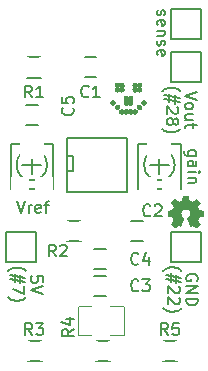
<source format=gto>
G04 #@! TF.FileFunction,Legend,Top*
%FSLAX46Y46*%
G04 Gerber Fmt 4.6, Leading zero omitted, Abs format (unit mm)*
G04 Created by KiCad (PCBNEW (2015-10-08 BZR 6256, Git 7d5cb75)-product) date Fri 09 Oct 2015 09:43:04 PM CEST*
%MOMM*%
G01*
G04 APERTURE LIST*
%ADD10C,0.100000*%
%ADD11C,0.150000*%
%ADD12C,0.200000*%
%ADD13C,0.002540*%
%ADD14R,1.900000X1.650000*%
%ADD15R,1.400000X2.400000*%
%ADD16R,1.600000X2.600000*%
%ADD17R,2.050000X2.050000*%
%ADD18R,1.900000X1.700000*%
%ADD19R,1.598880X1.598880*%
%ADD20R,2.000200X1.901140*%
%ADD21R,0.908000X1.543000*%
G04 APERTURE END LIST*
D10*
D11*
X177442857Y-40552381D02*
X177776190Y-41552381D01*
X178109524Y-40552381D01*
X178442857Y-41552381D02*
X178442857Y-40885714D01*
X178442857Y-41076190D02*
X178490476Y-40980952D01*
X178538095Y-40933333D01*
X178633333Y-40885714D01*
X178728572Y-40885714D01*
X179442858Y-41504762D02*
X179347620Y-41552381D01*
X179157143Y-41552381D01*
X179061905Y-41504762D01*
X179014286Y-41409524D01*
X179014286Y-41028571D01*
X179061905Y-40933333D01*
X179157143Y-40885714D01*
X179347620Y-40885714D01*
X179442858Y-40933333D01*
X179490477Y-41028571D01*
X179490477Y-41123810D01*
X179014286Y-41219048D01*
X179776191Y-40885714D02*
X180157143Y-40885714D01*
X179919048Y-41552381D02*
X179919048Y-40695238D01*
X179966667Y-40600000D01*
X180061905Y-40552381D01*
X180157143Y-40552381D01*
X192614286Y-36721429D02*
X191804762Y-36721429D01*
X191709524Y-36673810D01*
X191661905Y-36626191D01*
X191614286Y-36530952D01*
X191614286Y-36388095D01*
X191661905Y-36292857D01*
X191995238Y-36721429D02*
X191947619Y-36626191D01*
X191947619Y-36435714D01*
X191995238Y-36340476D01*
X192042857Y-36292857D01*
X192138095Y-36245238D01*
X192423810Y-36245238D01*
X192519048Y-36292857D01*
X192566667Y-36340476D01*
X192614286Y-36435714D01*
X192614286Y-36626191D01*
X192566667Y-36721429D01*
X191947619Y-37626191D02*
X192471429Y-37626191D01*
X192566667Y-37578572D01*
X192614286Y-37483334D01*
X192614286Y-37292857D01*
X192566667Y-37197619D01*
X191995238Y-37626191D02*
X191947619Y-37530953D01*
X191947619Y-37292857D01*
X191995238Y-37197619D01*
X192090476Y-37150000D01*
X192185714Y-37150000D01*
X192280952Y-37197619D01*
X192328571Y-37292857D01*
X192328571Y-37530953D01*
X192376190Y-37626191D01*
X191947619Y-38102381D02*
X192614286Y-38102381D01*
X192947619Y-38102381D02*
X192900000Y-38054762D01*
X192852381Y-38102381D01*
X192900000Y-38150000D01*
X192947619Y-38102381D01*
X192852381Y-38102381D01*
X192614286Y-38578571D02*
X191947619Y-38578571D01*
X192519048Y-38578571D02*
X192566667Y-38626190D01*
X192614286Y-38721428D01*
X192614286Y-38864286D01*
X192566667Y-38959524D01*
X192471429Y-39007143D01*
X191947619Y-39007143D01*
X192672619Y-31326190D02*
X191672619Y-31659523D01*
X192672619Y-31992857D01*
X191672619Y-32469047D02*
X191720238Y-32373809D01*
X191767857Y-32326190D01*
X191863095Y-32278571D01*
X192148810Y-32278571D01*
X192244048Y-32326190D01*
X192291667Y-32373809D01*
X192339286Y-32469047D01*
X192339286Y-32611905D01*
X192291667Y-32707143D01*
X192244048Y-32754762D01*
X192148810Y-32802381D01*
X191863095Y-32802381D01*
X191767857Y-32754762D01*
X191720238Y-32707143D01*
X191672619Y-32611905D01*
X191672619Y-32469047D01*
X192339286Y-33659524D02*
X191672619Y-33659524D01*
X192339286Y-33230952D02*
X191815476Y-33230952D01*
X191720238Y-33278571D01*
X191672619Y-33373809D01*
X191672619Y-33516667D01*
X191720238Y-33611905D01*
X191767857Y-33659524D01*
X192339286Y-33992857D02*
X192339286Y-34373809D01*
X192672619Y-34135714D02*
X191815476Y-34135714D01*
X191720238Y-34183333D01*
X191672619Y-34278571D01*
X191672619Y-34373809D01*
X189741667Y-31254762D02*
X189789286Y-31207142D01*
X189932143Y-31111904D01*
X190027381Y-31064285D01*
X190170238Y-31016666D01*
X190408333Y-30969047D01*
X190598810Y-30969047D01*
X190836905Y-31016666D01*
X190979762Y-31064285D01*
X191075000Y-31111904D01*
X191217857Y-31207142D01*
X191265476Y-31254762D01*
X190789286Y-31588095D02*
X190789286Y-32302381D01*
X191217857Y-31873809D02*
X189932143Y-31588095D01*
X190360714Y-32207143D02*
X190360714Y-31492857D01*
X189932143Y-31921429D02*
X191217857Y-32207143D01*
X191027381Y-32588095D02*
X191075000Y-32635714D01*
X191122619Y-32730952D01*
X191122619Y-32969048D01*
X191075000Y-33064286D01*
X191027381Y-33111905D01*
X190932143Y-33159524D01*
X190836905Y-33159524D01*
X190694048Y-33111905D01*
X190122619Y-32540476D01*
X190122619Y-33159524D01*
X190694048Y-33730952D02*
X190741667Y-33635714D01*
X190789286Y-33588095D01*
X190884524Y-33540476D01*
X190932143Y-33540476D01*
X191027381Y-33588095D01*
X191075000Y-33635714D01*
X191122619Y-33730952D01*
X191122619Y-33921429D01*
X191075000Y-34016667D01*
X191027381Y-34064286D01*
X190932143Y-34111905D01*
X190884524Y-34111905D01*
X190789286Y-34064286D01*
X190741667Y-34016667D01*
X190694048Y-33921429D01*
X190694048Y-33730952D01*
X190646429Y-33635714D01*
X190598810Y-33588095D01*
X190503571Y-33540476D01*
X190313095Y-33540476D01*
X190217857Y-33588095D01*
X190170238Y-33635714D01*
X190122619Y-33730952D01*
X190122619Y-33921429D01*
X190170238Y-34016667D01*
X190217857Y-34064286D01*
X190313095Y-34111905D01*
X190503571Y-34111905D01*
X190598810Y-34064286D01*
X190646429Y-34016667D01*
X190694048Y-33921429D01*
X189741667Y-34445238D02*
X189789286Y-34492857D01*
X189932143Y-34588095D01*
X190027381Y-34635714D01*
X190170238Y-34683333D01*
X190408333Y-34730952D01*
X190598810Y-34730952D01*
X190836905Y-34683333D01*
X190979762Y-34635714D01*
X191075000Y-34588095D01*
X191217857Y-34492857D01*
X191265476Y-34445238D01*
X192725000Y-47288096D02*
X192772619Y-47192858D01*
X192772619Y-47050001D01*
X192725000Y-46907143D01*
X192629762Y-46811905D01*
X192534524Y-46764286D01*
X192344048Y-46716667D01*
X192201190Y-46716667D01*
X192010714Y-46764286D01*
X191915476Y-46811905D01*
X191820238Y-46907143D01*
X191772619Y-47050001D01*
X191772619Y-47145239D01*
X191820238Y-47288096D01*
X191867857Y-47335715D01*
X192201190Y-47335715D01*
X192201190Y-47145239D01*
X191772619Y-47764286D02*
X192772619Y-47764286D01*
X191772619Y-48335715D01*
X192772619Y-48335715D01*
X191772619Y-48811905D02*
X192772619Y-48811905D01*
X192772619Y-49050000D01*
X192725000Y-49192858D01*
X192629762Y-49288096D01*
X192534524Y-49335715D01*
X192344048Y-49383334D01*
X192201190Y-49383334D01*
X192010714Y-49335715D01*
X191915476Y-49288096D01*
X191820238Y-49192858D01*
X191772619Y-49050000D01*
X191772619Y-48811905D01*
X189841667Y-46454762D02*
X189889286Y-46407142D01*
X190032143Y-46311904D01*
X190127381Y-46264285D01*
X190270238Y-46216666D01*
X190508333Y-46169047D01*
X190698810Y-46169047D01*
X190936905Y-46216666D01*
X191079762Y-46264285D01*
X191175000Y-46311904D01*
X191317857Y-46407142D01*
X191365476Y-46454762D01*
X190889286Y-46788095D02*
X190889286Y-47502381D01*
X191317857Y-47073809D02*
X190032143Y-46788095D01*
X190460714Y-47407143D02*
X190460714Y-46692857D01*
X190032143Y-47121429D02*
X191317857Y-47407143D01*
X191127381Y-47788095D02*
X191175000Y-47835714D01*
X191222619Y-47930952D01*
X191222619Y-48169048D01*
X191175000Y-48264286D01*
X191127381Y-48311905D01*
X191032143Y-48359524D01*
X190936905Y-48359524D01*
X190794048Y-48311905D01*
X190222619Y-47740476D01*
X190222619Y-48359524D01*
X191127381Y-48740476D02*
X191175000Y-48788095D01*
X191222619Y-48883333D01*
X191222619Y-49121429D01*
X191175000Y-49216667D01*
X191127381Y-49264286D01*
X191032143Y-49311905D01*
X190936905Y-49311905D01*
X190794048Y-49264286D01*
X190222619Y-48692857D01*
X190222619Y-49311905D01*
X189841667Y-49645238D02*
X189889286Y-49692857D01*
X190032143Y-49788095D01*
X190127381Y-49835714D01*
X190270238Y-49883333D01*
X190508333Y-49930952D01*
X190698810Y-49930952D01*
X190936905Y-49883333D01*
X191079762Y-49835714D01*
X191175000Y-49788095D01*
X191317857Y-49692857D01*
X191365476Y-49645238D01*
X179622619Y-47409524D02*
X179622619Y-46933333D01*
X179146429Y-46885714D01*
X179194048Y-46933333D01*
X179241667Y-47028571D01*
X179241667Y-47266667D01*
X179194048Y-47361905D01*
X179146429Y-47409524D01*
X179051190Y-47457143D01*
X178813095Y-47457143D01*
X178717857Y-47409524D01*
X178670238Y-47361905D01*
X178622619Y-47266667D01*
X178622619Y-47028571D01*
X178670238Y-46933333D01*
X178717857Y-46885714D01*
X179622619Y-47742857D02*
X178622619Y-48076190D01*
X179622619Y-48409524D01*
X176691667Y-46480953D02*
X176739286Y-46433333D01*
X176882143Y-46338095D01*
X176977381Y-46290476D01*
X177120238Y-46242857D01*
X177358333Y-46195238D01*
X177548810Y-46195238D01*
X177786905Y-46242857D01*
X177929762Y-46290476D01*
X178025000Y-46338095D01*
X178167857Y-46433333D01*
X178215476Y-46480953D01*
X177739286Y-46814286D02*
X177739286Y-47528572D01*
X178167857Y-47100000D02*
X176882143Y-46814286D01*
X177310714Y-47433334D02*
X177310714Y-46719048D01*
X176882143Y-47147620D02*
X178167857Y-47433334D01*
X178072619Y-47766667D02*
X178072619Y-48433334D01*
X177072619Y-48004762D01*
X176691667Y-48719048D02*
X176739286Y-48766667D01*
X176882143Y-48861905D01*
X176977381Y-48909524D01*
X177120238Y-48957143D01*
X177358333Y-49004762D01*
X177548810Y-49004762D01*
X177786905Y-48957143D01*
X177929762Y-48909524D01*
X178025000Y-48861905D01*
X178167857Y-48766667D01*
X178215476Y-48719048D01*
X189345238Y-24421428D02*
X189297619Y-24516666D01*
X189297619Y-24707142D01*
X189345238Y-24802381D01*
X189440476Y-24850000D01*
X189488095Y-24850000D01*
X189583333Y-24802381D01*
X189630952Y-24707142D01*
X189630952Y-24564285D01*
X189678571Y-24469047D01*
X189773810Y-24421428D01*
X189821429Y-24421428D01*
X189916667Y-24469047D01*
X189964286Y-24564285D01*
X189964286Y-24707142D01*
X189916667Y-24802381D01*
X189345238Y-25659524D02*
X189297619Y-25564286D01*
X189297619Y-25373809D01*
X189345238Y-25278571D01*
X189440476Y-25230952D01*
X189821429Y-25230952D01*
X189916667Y-25278571D01*
X189964286Y-25373809D01*
X189964286Y-25564286D01*
X189916667Y-25659524D01*
X189821429Y-25707143D01*
X189726190Y-25707143D01*
X189630952Y-25230952D01*
X189964286Y-26135714D02*
X189297619Y-26135714D01*
X189869048Y-26135714D02*
X189916667Y-26183333D01*
X189964286Y-26278571D01*
X189964286Y-26421429D01*
X189916667Y-26516667D01*
X189821429Y-26564286D01*
X189297619Y-26564286D01*
X189345238Y-26992857D02*
X189297619Y-27088095D01*
X189297619Y-27278571D01*
X189345238Y-27373810D01*
X189440476Y-27421429D01*
X189488095Y-27421429D01*
X189583333Y-27373810D01*
X189630952Y-27278571D01*
X189630952Y-27135714D01*
X189678571Y-27040476D01*
X189773810Y-26992857D01*
X189821429Y-26992857D01*
X189916667Y-27040476D01*
X189964286Y-27135714D01*
X189964286Y-27278571D01*
X189916667Y-27373810D01*
X189345238Y-28230953D02*
X189297619Y-28135715D01*
X189297619Y-27945238D01*
X189345238Y-27850000D01*
X189440476Y-27802381D01*
X189821429Y-27802381D01*
X189916667Y-27850000D01*
X189964286Y-27945238D01*
X189964286Y-28135715D01*
X189916667Y-28230953D01*
X189821429Y-28278572D01*
X189726190Y-28278572D01*
X189630952Y-27802381D01*
X183176174Y-30083456D02*
X184176174Y-30083456D01*
X184176174Y-28383456D02*
X183176174Y-28383456D01*
X188100000Y-42250000D02*
X187100000Y-42250000D01*
X187100000Y-43950000D02*
X188100000Y-43950000D01*
X185000000Y-46900000D02*
X184000000Y-46900000D01*
X184000000Y-48600000D02*
X185000000Y-48600000D01*
X185000000Y-44650000D02*
X184000000Y-44650000D01*
X184000000Y-46350000D02*
X185000000Y-46350000D01*
X178200000Y-34150000D02*
X179200000Y-34150000D01*
X179200000Y-32450000D02*
X178200000Y-32450000D01*
D12*
X186500000Y-51900000D02*
X182700000Y-51900000D01*
X182700000Y-51900000D02*
X182700000Y-49500000D01*
X182700000Y-49500000D02*
X186500000Y-49500000D01*
X186500000Y-49500000D02*
X186500000Y-51900000D01*
X190500000Y-26870000D02*
X193040000Y-26870000D01*
X190500000Y-24330000D02*
X193040000Y-24330000D01*
X193040000Y-24330000D02*
X193040000Y-26870000D01*
X190500000Y-26870000D02*
X190500000Y-24330000D01*
X190500000Y-30480000D02*
X193040000Y-30480000D01*
X190500000Y-27940000D02*
X193040000Y-27940000D01*
X193040000Y-27940000D02*
X193040000Y-30480000D01*
X190500000Y-30480000D02*
X190500000Y-27940000D01*
X176530000Y-45720000D02*
X179070000Y-45720000D01*
X176530000Y-43180000D02*
X179070000Y-43180000D01*
X179070000Y-43180000D02*
X179070000Y-45720000D01*
X176530000Y-45720000D02*
X176530000Y-43180000D01*
X190500000Y-45720000D02*
X193040000Y-45720000D01*
X190500000Y-43180000D02*
X193040000Y-43180000D01*
X193040000Y-43180000D02*
X193040000Y-45720000D01*
X190500000Y-45720000D02*
X190500000Y-43180000D01*
D11*
X178276174Y-28358456D02*
X179476174Y-28358456D01*
X179476174Y-30108456D02*
X178276174Y-30108456D01*
X181700000Y-42225000D02*
X182900000Y-42225000D01*
X182900000Y-43975000D02*
X181700000Y-43975000D01*
X179600000Y-54125000D02*
X178400000Y-54125000D01*
X178400000Y-52375000D02*
X179600000Y-52375000D01*
X185300000Y-54125000D02*
X184100000Y-54125000D01*
X184100000Y-52375000D02*
X185300000Y-52375000D01*
X191000000Y-54125000D02*
X189800000Y-54125000D01*
X189800000Y-52375000D02*
X191000000Y-52375000D01*
D12*
X177899900Y-37500000D02*
X179500100Y-37500000D01*
X178700000Y-36699900D02*
X178700000Y-38300100D01*
X179997403Y-37500000D02*
G75*
G03X179997403Y-37500000I-1297403J0D01*
G01*
X178700000Y-35749940D02*
X180500860Y-35749940D01*
X180500860Y-35749940D02*
X180500860Y-39498980D01*
X180500860Y-39498980D02*
X176899140Y-39498980D01*
X176899140Y-39498980D02*
X176899140Y-35749940D01*
X176899140Y-35749940D02*
X178700000Y-35749940D01*
D11*
X181660000Y-35214000D02*
X186740000Y-35214000D01*
X186740000Y-35214000D02*
X186740000Y-39786000D01*
X186740000Y-39786000D02*
X181660000Y-39786000D01*
X181660000Y-39786000D02*
X181660000Y-35214000D01*
X181660000Y-36738000D02*
X182168000Y-36738000D01*
X182168000Y-36738000D02*
X182168000Y-38008000D01*
X182168000Y-38008000D02*
X181660000Y-38008000D01*
D12*
X188699900Y-37500000D02*
X190300100Y-37500000D01*
X189500000Y-36699900D02*
X189500000Y-38300100D01*
X190797403Y-37500000D02*
G75*
G03X190797403Y-37500000I-1297403J0D01*
G01*
X189500000Y-35749940D02*
X191300860Y-35749940D01*
X191300860Y-35749940D02*
X191300860Y-39498980D01*
X191300860Y-39498980D02*
X187699140Y-39498980D01*
X187699140Y-39498980D02*
X187699140Y-35749940D01*
X187699140Y-35749940D02*
X189500000Y-35749940D01*
D13*
G36*
X187416420Y-33160640D02*
X187454520Y-33155560D01*
X187487540Y-33145400D01*
X187502780Y-33137780D01*
X187535800Y-33114920D01*
X187561200Y-33086980D01*
X187578980Y-33056500D01*
X187591680Y-33020940D01*
X187599300Y-32985380D01*
X187596760Y-32947280D01*
X187589140Y-32911720D01*
X187571360Y-32876160D01*
X187561200Y-32860920D01*
X187545960Y-32843140D01*
X187528180Y-32827900D01*
X187512940Y-32815200D01*
X187507860Y-32812660D01*
X187474840Y-32797420D01*
X187441820Y-32789800D01*
X187403720Y-32787260D01*
X187391020Y-32787260D01*
X187370700Y-32789800D01*
X187352920Y-32794880D01*
X187332600Y-32805040D01*
X187309740Y-32815200D01*
X187279260Y-32840600D01*
X187256400Y-32871080D01*
X187236080Y-32904100D01*
X187231000Y-32919340D01*
X187225920Y-32939660D01*
X187223380Y-32952360D01*
X187223380Y-32954900D01*
X187223380Y-32954900D01*
X187223380Y-32947280D01*
X187223380Y-32947280D01*
X187215760Y-32921880D01*
X187208140Y-32899020D01*
X187195440Y-32876160D01*
X187175120Y-32848220D01*
X187147180Y-32822820D01*
X187114160Y-32802500D01*
X187076060Y-32789800D01*
X187037960Y-32787260D01*
X187027800Y-32787260D01*
X186997320Y-32789800D01*
X186969380Y-32797420D01*
X186964300Y-32799960D01*
X186931280Y-32817740D01*
X186903340Y-32840600D01*
X186880480Y-32871080D01*
X186862700Y-32901560D01*
X186852540Y-32934580D01*
X186852540Y-32937120D01*
X186850000Y-32944740D01*
X186850000Y-32949820D01*
X186850000Y-32949820D01*
X186850000Y-32944740D01*
X186847460Y-32934580D01*
X186847460Y-32932040D01*
X186834760Y-32899020D01*
X186816980Y-32866000D01*
X186794120Y-32838060D01*
X186771260Y-32820280D01*
X186738240Y-32802500D01*
X186702680Y-32789800D01*
X186662040Y-32787260D01*
X186634100Y-32789800D01*
X186598540Y-32797420D01*
X186562980Y-32815200D01*
X186532500Y-32838060D01*
X186509640Y-32868540D01*
X186504560Y-32873620D01*
X186496940Y-32886320D01*
X186491860Y-32899020D01*
X186489320Y-32906640D01*
X186481700Y-32924420D01*
X186479160Y-32939660D01*
X186476620Y-32952360D01*
X186476620Y-32954900D01*
X186476620Y-32954900D01*
X186474080Y-32947280D01*
X186471540Y-32926960D01*
X186461380Y-32901560D01*
X186451220Y-32878700D01*
X186428360Y-32848220D01*
X186397880Y-32822820D01*
X186364860Y-32802500D01*
X186329300Y-32789800D01*
X186291200Y-32787260D01*
X186255640Y-32789800D01*
X186217540Y-32799960D01*
X186184520Y-32817740D01*
X186154040Y-32843140D01*
X186138800Y-32860920D01*
X186126100Y-32881240D01*
X186113400Y-32904100D01*
X186108320Y-32924420D01*
X186100700Y-32962520D01*
X186103240Y-32998080D01*
X186110860Y-33033640D01*
X186126100Y-33066660D01*
X186146420Y-33094600D01*
X186171820Y-33120000D01*
X186202300Y-33140320D01*
X186235320Y-33153020D01*
X186273420Y-33160640D01*
X186278500Y-33160640D01*
X186316600Y-33160640D01*
X186352160Y-33150480D01*
X186385180Y-33135240D01*
X186397880Y-33125080D01*
X186423280Y-33104760D01*
X186446140Y-33076820D01*
X186461380Y-33048880D01*
X186463920Y-33038720D01*
X186469000Y-33023480D01*
X186474080Y-33005700D01*
X186476620Y-32993000D01*
X186476620Y-32985380D01*
X186476620Y-32993000D01*
X186476620Y-33000620D01*
X186481700Y-33015860D01*
X186486780Y-33036180D01*
X186491860Y-33051420D01*
X186502020Y-33069200D01*
X186524880Y-33099680D01*
X186552820Y-33125080D01*
X186585840Y-33145400D01*
X186623940Y-33158100D01*
X186629020Y-33158100D01*
X186654420Y-33160640D01*
X186682360Y-33160640D01*
X186707760Y-33155560D01*
X186733160Y-33147940D01*
X186766180Y-33130160D01*
X186799200Y-33104760D01*
X186799200Y-33102220D01*
X186822060Y-33076820D01*
X186837300Y-33043800D01*
X186847460Y-33013320D01*
X186847460Y-33010780D01*
X186850000Y-33003160D01*
X186850000Y-32998080D01*
X186850000Y-33000620D01*
X186852540Y-33008240D01*
X186852540Y-33010780D01*
X186857620Y-33031100D01*
X186865240Y-33051420D01*
X186877940Y-33071740D01*
X186893180Y-33094600D01*
X186921120Y-33122540D01*
X186954140Y-33142860D01*
X186992240Y-33155560D01*
X186997320Y-33158100D01*
X187022720Y-33160640D01*
X187050660Y-33160640D01*
X187076060Y-33158100D01*
X187096380Y-33150480D01*
X187131940Y-33135240D01*
X187162420Y-33112380D01*
X187187820Y-33084440D01*
X187208140Y-33051420D01*
X187210680Y-33041260D01*
X187218300Y-33023480D01*
X187220840Y-33005700D01*
X187223380Y-32993000D01*
X187223380Y-32993000D01*
X187223380Y-32993000D01*
X187225920Y-33000620D01*
X187225920Y-33000620D01*
X187231000Y-33023480D01*
X187241160Y-33048880D01*
X187251320Y-33071740D01*
X187256400Y-33079360D01*
X187279260Y-33107300D01*
X187309740Y-33130160D01*
X187342760Y-33147940D01*
X187378320Y-33158100D01*
X187416420Y-33160640D01*
X187416420Y-33160640D01*
G37*
X187416420Y-33160640D02*
X187454520Y-33155560D01*
X187487540Y-33145400D01*
X187502780Y-33137780D01*
X187535800Y-33114920D01*
X187561200Y-33086980D01*
X187578980Y-33056500D01*
X187591680Y-33020940D01*
X187599300Y-32985380D01*
X187596760Y-32947280D01*
X187589140Y-32911720D01*
X187571360Y-32876160D01*
X187561200Y-32860920D01*
X187545960Y-32843140D01*
X187528180Y-32827900D01*
X187512940Y-32815200D01*
X187507860Y-32812660D01*
X187474840Y-32797420D01*
X187441820Y-32789800D01*
X187403720Y-32787260D01*
X187391020Y-32787260D01*
X187370700Y-32789800D01*
X187352920Y-32794880D01*
X187332600Y-32805040D01*
X187309740Y-32815200D01*
X187279260Y-32840600D01*
X187256400Y-32871080D01*
X187236080Y-32904100D01*
X187231000Y-32919340D01*
X187225920Y-32939660D01*
X187223380Y-32952360D01*
X187223380Y-32954900D01*
X187223380Y-32954900D01*
X187223380Y-32947280D01*
X187223380Y-32947280D01*
X187215760Y-32921880D01*
X187208140Y-32899020D01*
X187195440Y-32876160D01*
X187175120Y-32848220D01*
X187147180Y-32822820D01*
X187114160Y-32802500D01*
X187076060Y-32789800D01*
X187037960Y-32787260D01*
X187027800Y-32787260D01*
X186997320Y-32789800D01*
X186969380Y-32797420D01*
X186964300Y-32799960D01*
X186931280Y-32817740D01*
X186903340Y-32840600D01*
X186880480Y-32871080D01*
X186862700Y-32901560D01*
X186852540Y-32934580D01*
X186852540Y-32937120D01*
X186850000Y-32944740D01*
X186850000Y-32949820D01*
X186850000Y-32949820D01*
X186850000Y-32944740D01*
X186847460Y-32934580D01*
X186847460Y-32932040D01*
X186834760Y-32899020D01*
X186816980Y-32866000D01*
X186794120Y-32838060D01*
X186771260Y-32820280D01*
X186738240Y-32802500D01*
X186702680Y-32789800D01*
X186662040Y-32787260D01*
X186634100Y-32789800D01*
X186598540Y-32797420D01*
X186562980Y-32815200D01*
X186532500Y-32838060D01*
X186509640Y-32868540D01*
X186504560Y-32873620D01*
X186496940Y-32886320D01*
X186491860Y-32899020D01*
X186489320Y-32906640D01*
X186481700Y-32924420D01*
X186479160Y-32939660D01*
X186476620Y-32952360D01*
X186476620Y-32954900D01*
X186476620Y-32954900D01*
X186474080Y-32947280D01*
X186471540Y-32926960D01*
X186461380Y-32901560D01*
X186451220Y-32878700D01*
X186428360Y-32848220D01*
X186397880Y-32822820D01*
X186364860Y-32802500D01*
X186329300Y-32789800D01*
X186291200Y-32787260D01*
X186255640Y-32789800D01*
X186217540Y-32799960D01*
X186184520Y-32817740D01*
X186154040Y-32843140D01*
X186138800Y-32860920D01*
X186126100Y-32881240D01*
X186113400Y-32904100D01*
X186108320Y-32924420D01*
X186100700Y-32962520D01*
X186103240Y-32998080D01*
X186110860Y-33033640D01*
X186126100Y-33066660D01*
X186146420Y-33094600D01*
X186171820Y-33120000D01*
X186202300Y-33140320D01*
X186235320Y-33153020D01*
X186273420Y-33160640D01*
X186278500Y-33160640D01*
X186316600Y-33160640D01*
X186352160Y-33150480D01*
X186385180Y-33135240D01*
X186397880Y-33125080D01*
X186423280Y-33104760D01*
X186446140Y-33076820D01*
X186461380Y-33048880D01*
X186463920Y-33038720D01*
X186469000Y-33023480D01*
X186474080Y-33005700D01*
X186476620Y-32993000D01*
X186476620Y-32985380D01*
X186476620Y-32993000D01*
X186476620Y-33000620D01*
X186481700Y-33015860D01*
X186486780Y-33036180D01*
X186491860Y-33051420D01*
X186502020Y-33069200D01*
X186524880Y-33099680D01*
X186552820Y-33125080D01*
X186585840Y-33145400D01*
X186623940Y-33158100D01*
X186629020Y-33158100D01*
X186654420Y-33160640D01*
X186682360Y-33160640D01*
X186707760Y-33155560D01*
X186733160Y-33147940D01*
X186766180Y-33130160D01*
X186799200Y-33104760D01*
X186799200Y-33102220D01*
X186822060Y-33076820D01*
X186837300Y-33043800D01*
X186847460Y-33013320D01*
X186847460Y-33010780D01*
X186850000Y-33003160D01*
X186850000Y-32998080D01*
X186850000Y-33000620D01*
X186852540Y-33008240D01*
X186852540Y-33010780D01*
X186857620Y-33031100D01*
X186865240Y-33051420D01*
X186877940Y-33071740D01*
X186893180Y-33094600D01*
X186921120Y-33122540D01*
X186954140Y-33142860D01*
X186992240Y-33155560D01*
X186997320Y-33158100D01*
X187022720Y-33160640D01*
X187050660Y-33160640D01*
X187076060Y-33158100D01*
X187096380Y-33150480D01*
X187131940Y-33135240D01*
X187162420Y-33112380D01*
X187187820Y-33084440D01*
X187208140Y-33051420D01*
X187210680Y-33041260D01*
X187218300Y-33023480D01*
X187220840Y-33005700D01*
X187223380Y-32993000D01*
X187223380Y-32993000D01*
X187223380Y-32993000D01*
X187225920Y-33000620D01*
X187225920Y-33000620D01*
X187231000Y-33023480D01*
X187241160Y-33048880D01*
X187251320Y-33071740D01*
X187256400Y-33079360D01*
X187279260Y-33107300D01*
X187309740Y-33130160D01*
X187342760Y-33147940D01*
X187378320Y-33158100D01*
X187416420Y-33160640D01*
G36*
X185902580Y-32787260D02*
X185925440Y-32784720D01*
X185945760Y-32784720D01*
X185971160Y-32777100D01*
X186006720Y-32761860D01*
X186037200Y-32739000D01*
X186062600Y-32711060D01*
X186082920Y-32678040D01*
X186095620Y-32642480D01*
X186100700Y-32604380D01*
X186098160Y-32566280D01*
X186088000Y-32530720D01*
X186072760Y-32497700D01*
X186047360Y-32467220D01*
X186016880Y-32441820D01*
X186009260Y-32436740D01*
X185971160Y-32421500D01*
X185935600Y-32411340D01*
X185894960Y-32411340D01*
X185856860Y-32418960D01*
X185826380Y-32431660D01*
X185793360Y-32454520D01*
X185767960Y-32482460D01*
X185745100Y-32515480D01*
X185732400Y-32553580D01*
X185727320Y-32571360D01*
X185727320Y-32596760D01*
X185727320Y-32619620D01*
X185729860Y-32639940D01*
X185732400Y-32647560D01*
X185747640Y-32685660D01*
X185767960Y-32718680D01*
X185798440Y-32746620D01*
X185831460Y-32766940D01*
X185846700Y-32774560D01*
X185869560Y-32782180D01*
X185889880Y-32784720D01*
X185902580Y-32787260D01*
X185902580Y-32787260D01*
G37*
X185902580Y-32787260D02*
X185925440Y-32784720D01*
X185945760Y-32784720D01*
X185971160Y-32777100D01*
X186006720Y-32761860D01*
X186037200Y-32739000D01*
X186062600Y-32711060D01*
X186082920Y-32678040D01*
X186095620Y-32642480D01*
X186100700Y-32604380D01*
X186098160Y-32566280D01*
X186088000Y-32530720D01*
X186072760Y-32497700D01*
X186047360Y-32467220D01*
X186016880Y-32441820D01*
X186009260Y-32436740D01*
X185971160Y-32421500D01*
X185935600Y-32411340D01*
X185894960Y-32411340D01*
X185856860Y-32418960D01*
X185826380Y-32431660D01*
X185793360Y-32454520D01*
X185767960Y-32482460D01*
X185745100Y-32515480D01*
X185732400Y-32553580D01*
X185727320Y-32571360D01*
X185727320Y-32596760D01*
X185727320Y-32619620D01*
X185729860Y-32639940D01*
X185732400Y-32647560D01*
X185747640Y-32685660D01*
X185767960Y-32718680D01*
X185798440Y-32746620D01*
X185831460Y-32766940D01*
X185846700Y-32774560D01*
X185869560Y-32782180D01*
X185889880Y-32784720D01*
X185902580Y-32787260D01*
G36*
X187789800Y-32787260D02*
X187827900Y-32782180D01*
X187866000Y-32769480D01*
X187901560Y-32746620D01*
X187909180Y-32741540D01*
X187934580Y-32713600D01*
X187954900Y-32680580D01*
X187967600Y-32645020D01*
X187972680Y-32624700D01*
X187972680Y-32601840D01*
X187972680Y-32576440D01*
X187970140Y-32558660D01*
X187967600Y-32548500D01*
X187952360Y-32510400D01*
X187932040Y-32479920D01*
X187904100Y-32451980D01*
X187871080Y-32431660D01*
X187835520Y-32418960D01*
X187797420Y-32411340D01*
X187782180Y-32411340D01*
X187744080Y-32416420D01*
X187708520Y-32426580D01*
X187678040Y-32446900D01*
X187650100Y-32469760D01*
X187627240Y-32500240D01*
X187612000Y-32533260D01*
X187601840Y-32568820D01*
X187599300Y-32606920D01*
X187601840Y-32629780D01*
X187606920Y-32650100D01*
X187614540Y-32672960D01*
X187629780Y-32700900D01*
X187652640Y-32731380D01*
X187683120Y-32754240D01*
X187716140Y-32772020D01*
X187751700Y-32782180D01*
X187789800Y-32787260D01*
X187789800Y-32787260D01*
G37*
X187789800Y-32787260D02*
X187827900Y-32782180D01*
X187866000Y-32769480D01*
X187901560Y-32746620D01*
X187909180Y-32741540D01*
X187934580Y-32713600D01*
X187954900Y-32680580D01*
X187967600Y-32645020D01*
X187972680Y-32624700D01*
X187972680Y-32601840D01*
X187972680Y-32576440D01*
X187970140Y-32558660D01*
X187967600Y-32548500D01*
X187952360Y-32510400D01*
X187932040Y-32479920D01*
X187904100Y-32451980D01*
X187871080Y-32431660D01*
X187835520Y-32418960D01*
X187797420Y-32411340D01*
X187782180Y-32411340D01*
X187744080Y-32416420D01*
X187708520Y-32426580D01*
X187678040Y-32446900D01*
X187650100Y-32469760D01*
X187627240Y-32500240D01*
X187612000Y-32533260D01*
X187601840Y-32568820D01*
X187599300Y-32606920D01*
X187601840Y-32629780D01*
X187606920Y-32650100D01*
X187614540Y-32672960D01*
X187629780Y-32700900D01*
X187652640Y-32731380D01*
X187683120Y-32754240D01*
X187716140Y-32772020D01*
X187751700Y-32782180D01*
X187789800Y-32787260D01*
G36*
X185529200Y-32411340D02*
X185554600Y-32411340D01*
X185577460Y-32406260D01*
X185605400Y-32398640D01*
X185638420Y-32380860D01*
X185671440Y-32355460D01*
X185691760Y-32332600D01*
X185709540Y-32299580D01*
X185722240Y-32264020D01*
X185724780Y-32248780D01*
X185724780Y-32225920D01*
X185724780Y-32203060D01*
X185722240Y-32185280D01*
X185719700Y-32172580D01*
X185704460Y-32137020D01*
X185684140Y-32104000D01*
X185656200Y-32076060D01*
X185620640Y-32055740D01*
X185607940Y-32050660D01*
X185585080Y-32040500D01*
X185559680Y-32037960D01*
X185531740Y-32037960D01*
X185513960Y-32037960D01*
X185493640Y-32040500D01*
X185475860Y-32045580D01*
X185455540Y-32055740D01*
X185442840Y-32063360D01*
X185412360Y-32086220D01*
X185386960Y-32114160D01*
X185366640Y-32149720D01*
X185353940Y-32187820D01*
X185353940Y-32195440D01*
X185351400Y-32218300D01*
X185351400Y-32241160D01*
X185353940Y-32261480D01*
X185356480Y-32274180D01*
X185371720Y-32309740D01*
X185394580Y-32342760D01*
X185419980Y-32370700D01*
X185455540Y-32391020D01*
X185491100Y-32406260D01*
X185503800Y-32408800D01*
X185529200Y-32411340D01*
X185529200Y-32411340D01*
G37*
X185529200Y-32411340D02*
X185554600Y-32411340D01*
X185577460Y-32406260D01*
X185605400Y-32398640D01*
X185638420Y-32380860D01*
X185671440Y-32355460D01*
X185691760Y-32332600D01*
X185709540Y-32299580D01*
X185722240Y-32264020D01*
X185724780Y-32248780D01*
X185724780Y-32225920D01*
X185724780Y-32203060D01*
X185722240Y-32185280D01*
X185719700Y-32172580D01*
X185704460Y-32137020D01*
X185684140Y-32104000D01*
X185656200Y-32076060D01*
X185620640Y-32055740D01*
X185607940Y-32050660D01*
X185585080Y-32040500D01*
X185559680Y-32037960D01*
X185531740Y-32037960D01*
X185513960Y-32037960D01*
X185493640Y-32040500D01*
X185475860Y-32045580D01*
X185455540Y-32055740D01*
X185442840Y-32063360D01*
X185412360Y-32086220D01*
X185386960Y-32114160D01*
X185366640Y-32149720D01*
X185353940Y-32187820D01*
X185353940Y-32195440D01*
X185351400Y-32218300D01*
X185351400Y-32241160D01*
X185353940Y-32261480D01*
X185356480Y-32274180D01*
X185371720Y-32309740D01*
X185394580Y-32342760D01*
X185419980Y-32370700D01*
X185455540Y-32391020D01*
X185491100Y-32406260D01*
X185503800Y-32408800D01*
X185529200Y-32411340D01*
G36*
X187032880Y-32411340D02*
X187068440Y-32408800D01*
X187104000Y-32398640D01*
X187126860Y-32388480D01*
X187157340Y-32365620D01*
X187185280Y-32337680D01*
X187205600Y-32304660D01*
X187218300Y-32269100D01*
X187220840Y-32261480D01*
X187223380Y-32231000D01*
X187223380Y-32203060D01*
X187215760Y-32170040D01*
X187200520Y-32131940D01*
X187177660Y-32101460D01*
X187149720Y-32076060D01*
X187116700Y-32055740D01*
X187078600Y-32040500D01*
X187055740Y-32035420D01*
X187068440Y-32032880D01*
X187070980Y-32032880D01*
X187096380Y-32025260D01*
X187124320Y-32012560D01*
X187152260Y-31997320D01*
X187154800Y-31992240D01*
X187182740Y-31966840D01*
X187203060Y-31933820D01*
X187215760Y-31898260D01*
X187223380Y-31862700D01*
X187223380Y-31827140D01*
X187213220Y-31791580D01*
X187197980Y-31756020D01*
X187197980Y-31753480D01*
X187172580Y-31723000D01*
X187144640Y-31697600D01*
X187114160Y-31679820D01*
X187078600Y-31669660D01*
X187043040Y-31664580D01*
X187007480Y-31667120D01*
X186971920Y-31674740D01*
X186938900Y-31692520D01*
X186905880Y-31715380D01*
X186890640Y-31733160D01*
X186872860Y-31761100D01*
X186857620Y-31789040D01*
X186852540Y-31816980D01*
X186850000Y-31824600D01*
X186850000Y-31827140D01*
X186850000Y-31824600D01*
X186847460Y-31816980D01*
X186842380Y-31791580D01*
X186829680Y-31766180D01*
X186814440Y-31740780D01*
X186804280Y-31728080D01*
X186776340Y-31702680D01*
X186743320Y-31682360D01*
X186707760Y-31669660D01*
X186669660Y-31664580D01*
X186631560Y-31667120D01*
X186608700Y-31672200D01*
X186573140Y-31687440D01*
X186542660Y-31707760D01*
X186514720Y-31735700D01*
X186494400Y-31768720D01*
X186481700Y-31806820D01*
X186479160Y-31824600D01*
X186476620Y-31862700D01*
X186484240Y-31898260D01*
X186496940Y-31933820D01*
X186517260Y-31966840D01*
X186545200Y-31992240D01*
X186578220Y-32015100D01*
X186593460Y-32022720D01*
X186611240Y-32027800D01*
X186626480Y-32032880D01*
X186639180Y-32035420D01*
X186639180Y-32035420D01*
X186639180Y-32035420D01*
X186631560Y-32037960D01*
X186613780Y-32043040D01*
X186588380Y-32053200D01*
X186565520Y-32063360D01*
X186555360Y-32070980D01*
X186529960Y-32093840D01*
X186507100Y-32119240D01*
X186491860Y-32147180D01*
X186481700Y-32180200D01*
X186476620Y-32213220D01*
X186476620Y-32246240D01*
X186479160Y-32251320D01*
X186489320Y-32291960D01*
X186507100Y-32324980D01*
X186532500Y-32355460D01*
X186552820Y-32375780D01*
X186585840Y-32396100D01*
X186623940Y-32406260D01*
X186636640Y-32408800D01*
X186656960Y-32411340D01*
X186679820Y-32408800D01*
X186700140Y-32408800D01*
X186715380Y-32403720D01*
X186728080Y-32401180D01*
X186763640Y-32383400D01*
X186794120Y-32358000D01*
X186819520Y-32327520D01*
X186829680Y-32312280D01*
X186839840Y-32286880D01*
X186847460Y-32261480D01*
X186847460Y-32261480D01*
X186850000Y-32251320D01*
X186850000Y-32248780D01*
X186850000Y-32248780D01*
X186850000Y-32197980D01*
X186850000Y-32197980D01*
X186850000Y-32195440D01*
X186847460Y-32185280D01*
X186847460Y-32182740D01*
X186834760Y-32149720D01*
X186816980Y-32116700D01*
X186794120Y-32088760D01*
X186766180Y-32065900D01*
X186733160Y-32050660D01*
X186730620Y-32048120D01*
X186715380Y-32043040D01*
X186700140Y-32040500D01*
X186682360Y-32035420D01*
X186697600Y-32032880D01*
X186720460Y-32027800D01*
X186753480Y-32012560D01*
X186783960Y-31992240D01*
X186811900Y-31964300D01*
X186832220Y-31933820D01*
X186837300Y-31918580D01*
X186844920Y-31898260D01*
X186847460Y-31883020D01*
X186850000Y-31875400D01*
X186850000Y-31872860D01*
X186850000Y-31875400D01*
X186852540Y-31883020D01*
X186855080Y-31895720D01*
X186860160Y-31916040D01*
X186867780Y-31933820D01*
X186880480Y-31954140D01*
X186905880Y-31982080D01*
X186933820Y-32004940D01*
X186966840Y-32022720D01*
X187002400Y-32032880D01*
X187017640Y-32035420D01*
X187002400Y-32040500D01*
X186999860Y-32040500D01*
X186982080Y-32043040D01*
X186966840Y-32050660D01*
X186964300Y-32050660D01*
X186931280Y-32068440D01*
X186903340Y-32091300D01*
X186880480Y-32119240D01*
X186862700Y-32152260D01*
X186852540Y-32185280D01*
X186852540Y-32185280D01*
X186850000Y-32195440D01*
X186850000Y-32197980D01*
X186850000Y-32248780D01*
X186850000Y-32248780D01*
X186850000Y-32253860D01*
X186852540Y-32261480D01*
X186860160Y-32286880D01*
X186875400Y-32319900D01*
X186898260Y-32350380D01*
X186926200Y-32375780D01*
X186959220Y-32393560D01*
X186959220Y-32393560D01*
X186994780Y-32406260D01*
X187032880Y-32411340D01*
X187032880Y-32411340D01*
G37*
X187032880Y-32411340D02*
X187068440Y-32408800D01*
X187104000Y-32398640D01*
X187126860Y-32388480D01*
X187157340Y-32365620D01*
X187185280Y-32337680D01*
X187205600Y-32304660D01*
X187218300Y-32269100D01*
X187220840Y-32261480D01*
X187223380Y-32231000D01*
X187223380Y-32203060D01*
X187215760Y-32170040D01*
X187200520Y-32131940D01*
X187177660Y-32101460D01*
X187149720Y-32076060D01*
X187116700Y-32055740D01*
X187078600Y-32040500D01*
X187055740Y-32035420D01*
X187068440Y-32032880D01*
X187070980Y-32032880D01*
X187096380Y-32025260D01*
X187124320Y-32012560D01*
X187152260Y-31997320D01*
X187154800Y-31992240D01*
X187182740Y-31966840D01*
X187203060Y-31933820D01*
X187215760Y-31898260D01*
X187223380Y-31862700D01*
X187223380Y-31827140D01*
X187213220Y-31791580D01*
X187197980Y-31756020D01*
X187197980Y-31753480D01*
X187172580Y-31723000D01*
X187144640Y-31697600D01*
X187114160Y-31679820D01*
X187078600Y-31669660D01*
X187043040Y-31664580D01*
X187007480Y-31667120D01*
X186971920Y-31674740D01*
X186938900Y-31692520D01*
X186905880Y-31715380D01*
X186890640Y-31733160D01*
X186872860Y-31761100D01*
X186857620Y-31789040D01*
X186852540Y-31816980D01*
X186850000Y-31824600D01*
X186850000Y-31827140D01*
X186850000Y-31824600D01*
X186847460Y-31816980D01*
X186842380Y-31791580D01*
X186829680Y-31766180D01*
X186814440Y-31740780D01*
X186804280Y-31728080D01*
X186776340Y-31702680D01*
X186743320Y-31682360D01*
X186707760Y-31669660D01*
X186669660Y-31664580D01*
X186631560Y-31667120D01*
X186608700Y-31672200D01*
X186573140Y-31687440D01*
X186542660Y-31707760D01*
X186514720Y-31735700D01*
X186494400Y-31768720D01*
X186481700Y-31806820D01*
X186479160Y-31824600D01*
X186476620Y-31862700D01*
X186484240Y-31898260D01*
X186496940Y-31933820D01*
X186517260Y-31966840D01*
X186545200Y-31992240D01*
X186578220Y-32015100D01*
X186593460Y-32022720D01*
X186611240Y-32027800D01*
X186626480Y-32032880D01*
X186639180Y-32035420D01*
X186639180Y-32035420D01*
X186639180Y-32035420D01*
X186631560Y-32037960D01*
X186613780Y-32043040D01*
X186588380Y-32053200D01*
X186565520Y-32063360D01*
X186555360Y-32070980D01*
X186529960Y-32093840D01*
X186507100Y-32119240D01*
X186491860Y-32147180D01*
X186481700Y-32180200D01*
X186476620Y-32213220D01*
X186476620Y-32246240D01*
X186479160Y-32251320D01*
X186489320Y-32291960D01*
X186507100Y-32324980D01*
X186532500Y-32355460D01*
X186552820Y-32375780D01*
X186585840Y-32396100D01*
X186623940Y-32406260D01*
X186636640Y-32408800D01*
X186656960Y-32411340D01*
X186679820Y-32408800D01*
X186700140Y-32408800D01*
X186715380Y-32403720D01*
X186728080Y-32401180D01*
X186763640Y-32383400D01*
X186794120Y-32358000D01*
X186819520Y-32327520D01*
X186829680Y-32312280D01*
X186839840Y-32286880D01*
X186847460Y-32261480D01*
X186847460Y-32261480D01*
X186850000Y-32251320D01*
X186850000Y-32248780D01*
X186850000Y-32248780D01*
X186850000Y-32197980D01*
X186850000Y-32197980D01*
X186850000Y-32195440D01*
X186847460Y-32185280D01*
X186847460Y-32182740D01*
X186834760Y-32149720D01*
X186816980Y-32116700D01*
X186794120Y-32088760D01*
X186766180Y-32065900D01*
X186733160Y-32050660D01*
X186730620Y-32048120D01*
X186715380Y-32043040D01*
X186700140Y-32040500D01*
X186682360Y-32035420D01*
X186697600Y-32032880D01*
X186720460Y-32027800D01*
X186753480Y-32012560D01*
X186783960Y-31992240D01*
X186811900Y-31964300D01*
X186832220Y-31933820D01*
X186837300Y-31918580D01*
X186844920Y-31898260D01*
X186847460Y-31883020D01*
X186850000Y-31875400D01*
X186850000Y-31872860D01*
X186850000Y-31875400D01*
X186852540Y-31883020D01*
X186855080Y-31895720D01*
X186860160Y-31916040D01*
X186867780Y-31933820D01*
X186880480Y-31954140D01*
X186905880Y-31982080D01*
X186933820Y-32004940D01*
X186966840Y-32022720D01*
X187002400Y-32032880D01*
X187017640Y-32035420D01*
X187002400Y-32040500D01*
X186999860Y-32040500D01*
X186982080Y-32043040D01*
X186966840Y-32050660D01*
X186964300Y-32050660D01*
X186931280Y-32068440D01*
X186903340Y-32091300D01*
X186880480Y-32119240D01*
X186862700Y-32152260D01*
X186852540Y-32185280D01*
X186852540Y-32185280D01*
X186850000Y-32195440D01*
X186850000Y-32197980D01*
X186850000Y-32248780D01*
X186850000Y-32248780D01*
X186850000Y-32253860D01*
X186852540Y-32261480D01*
X186860160Y-32286880D01*
X186875400Y-32319900D01*
X186898260Y-32350380D01*
X186926200Y-32375780D01*
X186959220Y-32393560D01*
X186959220Y-32393560D01*
X186994780Y-32406260D01*
X187032880Y-32411340D01*
G36*
X188147940Y-32411340D02*
X188178420Y-32411340D01*
X188206360Y-32406260D01*
X188224140Y-32401180D01*
X188259700Y-32383400D01*
X188290180Y-32360540D01*
X188315580Y-32332600D01*
X188333360Y-32299580D01*
X188343520Y-32264020D01*
X188348600Y-32223380D01*
X188348600Y-32208140D01*
X188340980Y-32170040D01*
X188325740Y-32134480D01*
X188302880Y-32098920D01*
X188295260Y-32093840D01*
X188269860Y-32070980D01*
X188239380Y-32053200D01*
X188206360Y-32040500D01*
X188203820Y-32040500D01*
X188175880Y-32037960D01*
X188145400Y-32037960D01*
X188117460Y-32040500D01*
X188107300Y-32043040D01*
X188071740Y-32058280D01*
X188041260Y-32081140D01*
X188015860Y-32106540D01*
X187995540Y-32137020D01*
X187980300Y-32170040D01*
X187975220Y-32208140D01*
X187975220Y-32246240D01*
X187982840Y-32284340D01*
X187995540Y-32312280D01*
X188018400Y-32342760D01*
X188046340Y-32370700D01*
X188076820Y-32391020D01*
X188114920Y-32406260D01*
X188117460Y-32406260D01*
X188147940Y-32411340D01*
X188147940Y-32411340D01*
G37*
X188147940Y-32411340D02*
X188178420Y-32411340D01*
X188206360Y-32406260D01*
X188224140Y-32401180D01*
X188259700Y-32383400D01*
X188290180Y-32360540D01*
X188315580Y-32332600D01*
X188333360Y-32299580D01*
X188343520Y-32264020D01*
X188348600Y-32223380D01*
X188348600Y-32208140D01*
X188340980Y-32170040D01*
X188325740Y-32134480D01*
X188302880Y-32098920D01*
X188295260Y-32093840D01*
X188269860Y-32070980D01*
X188239380Y-32053200D01*
X188206360Y-32040500D01*
X188203820Y-32040500D01*
X188175880Y-32037960D01*
X188145400Y-32037960D01*
X188117460Y-32040500D01*
X188107300Y-32043040D01*
X188071740Y-32058280D01*
X188041260Y-32081140D01*
X188015860Y-32106540D01*
X187995540Y-32137020D01*
X187980300Y-32170040D01*
X187975220Y-32208140D01*
X187975220Y-32246240D01*
X187982840Y-32284340D01*
X187995540Y-32312280D01*
X188018400Y-32342760D01*
X188046340Y-32370700D01*
X188076820Y-32391020D01*
X188114920Y-32406260D01*
X188117460Y-32406260D01*
X188147940Y-32411340D01*
G36*
X186293740Y-31288660D02*
X186331840Y-31283580D01*
X186367400Y-31270880D01*
X186385180Y-31263260D01*
X186400420Y-31250560D01*
X186418200Y-31235320D01*
X186438520Y-31215000D01*
X186458840Y-31181980D01*
X186471540Y-31146420D01*
X186474080Y-31136260D01*
X186476620Y-31110860D01*
X186476620Y-31085460D01*
X186471540Y-31062600D01*
X186461380Y-31029580D01*
X186446140Y-30996560D01*
X186423280Y-30968620D01*
X186418200Y-30966080D01*
X186400420Y-30950840D01*
X186380100Y-30938140D01*
X186362320Y-30927980D01*
X186354700Y-30925440D01*
X186339460Y-30920360D01*
X186324220Y-30917820D01*
X186314060Y-30915280D01*
X186306440Y-30915280D01*
X186314060Y-30912740D01*
X186324220Y-30910200D01*
X186334380Y-30907660D01*
X186349620Y-30905120D01*
X186377560Y-30889880D01*
X186405500Y-30874640D01*
X186425820Y-30854320D01*
X186430900Y-30849240D01*
X186453760Y-30816220D01*
X186469000Y-30780660D01*
X186476620Y-30745100D01*
X186476620Y-30707000D01*
X186474080Y-30696840D01*
X186463920Y-30658740D01*
X186446140Y-30625720D01*
X186420740Y-30592700D01*
X186397880Y-30574920D01*
X186364860Y-30554600D01*
X186329300Y-30541900D01*
X186321680Y-30541900D01*
X186296280Y-30539360D01*
X186270880Y-30539360D01*
X186245480Y-30544440D01*
X186225160Y-30549520D01*
X186189600Y-30567300D01*
X186159120Y-30590160D01*
X186136260Y-30618100D01*
X186115940Y-30651120D01*
X186105780Y-30686680D01*
X186103240Y-30691760D01*
X186100700Y-30699380D01*
X186100700Y-30704460D01*
X186098160Y-30699380D01*
X186098160Y-30691760D01*
X186095620Y-30676520D01*
X186088000Y-30658740D01*
X186082920Y-30643500D01*
X186075300Y-30633340D01*
X186052440Y-30600320D01*
X186024500Y-30574920D01*
X185991480Y-30554600D01*
X185955920Y-30544440D01*
X185915280Y-30539360D01*
X185884800Y-30541900D01*
X185849240Y-30549520D01*
X185816220Y-30567300D01*
X185795900Y-30580000D01*
X185767960Y-30607940D01*
X185747640Y-30638420D01*
X185732400Y-30673980D01*
X185727320Y-30709540D01*
X185727320Y-30747640D01*
X185734940Y-30783200D01*
X185750180Y-30818760D01*
X185773040Y-30849240D01*
X185800980Y-30877180D01*
X185836540Y-30897500D01*
X185874640Y-30910200D01*
X185894960Y-30915280D01*
X185882260Y-30915280D01*
X185874640Y-30917820D01*
X185844160Y-30925440D01*
X185816220Y-30940680D01*
X185788280Y-30961000D01*
X185765420Y-30983860D01*
X185752720Y-31004180D01*
X185740020Y-31029580D01*
X185732400Y-31054980D01*
X185727320Y-31075300D01*
X185727320Y-31098160D01*
X185727320Y-31123560D01*
X185729860Y-31141340D01*
X185737480Y-31164200D01*
X185755260Y-31199760D01*
X185778120Y-31230240D01*
X185808600Y-31255640D01*
X185841620Y-31275960D01*
X185882260Y-31286120D01*
X185892420Y-31288660D01*
X185915280Y-31288660D01*
X185938140Y-31286120D01*
X185961000Y-31283580D01*
X185976240Y-31278500D01*
X186011800Y-31260720D01*
X186042280Y-31237860D01*
X186067680Y-31209920D01*
X186085460Y-31176900D01*
X186098160Y-31138800D01*
X186098160Y-31136260D01*
X186100700Y-31126100D01*
X186100700Y-31128640D01*
X186100700Y-31075300D01*
X186100700Y-31075300D01*
X186098160Y-31067680D01*
X186098160Y-31065140D01*
X186090540Y-31039740D01*
X186080380Y-31014340D01*
X186065140Y-30988940D01*
X186052440Y-30976240D01*
X186024500Y-30948300D01*
X185988940Y-30930520D01*
X185950840Y-30917820D01*
X185933060Y-30912740D01*
X185945760Y-30910200D01*
X185958460Y-30907660D01*
X185968620Y-30905120D01*
X185976240Y-30902580D01*
X186011800Y-30887340D01*
X186042280Y-30861940D01*
X186067680Y-30834000D01*
X186085460Y-30800980D01*
X186098160Y-30765420D01*
X186098160Y-30757800D01*
X186100700Y-30752720D01*
X186103240Y-30755260D01*
X186105780Y-30765420D01*
X186105780Y-30767960D01*
X186110860Y-30788280D01*
X186121020Y-30808600D01*
X186131180Y-30828920D01*
X186141340Y-30841620D01*
X186159120Y-30859400D01*
X186176900Y-30877180D01*
X186194680Y-30889880D01*
X186197220Y-30889880D01*
X186225160Y-30902580D01*
X186255640Y-30910200D01*
X186268340Y-30912740D01*
X186253100Y-30917820D01*
X186220080Y-30925440D01*
X186187060Y-30943220D01*
X186156580Y-30966080D01*
X186133720Y-30994020D01*
X186128640Y-31004180D01*
X186118480Y-31021960D01*
X186110860Y-31042280D01*
X186105780Y-31060060D01*
X186103240Y-31072760D01*
X186103240Y-31072760D01*
X186100700Y-31075300D01*
X186100700Y-31128640D01*
X186103240Y-31128640D01*
X186103240Y-31136260D01*
X186105780Y-31146420D01*
X186110860Y-31159120D01*
X186118480Y-31176900D01*
X186136260Y-31209920D01*
X186161660Y-31237860D01*
X186189600Y-31260720D01*
X186222620Y-31275960D01*
X186258180Y-31286120D01*
X186293740Y-31288660D01*
X186293740Y-31288660D01*
G37*
X186293740Y-31288660D02*
X186331840Y-31283580D01*
X186367400Y-31270880D01*
X186385180Y-31263260D01*
X186400420Y-31250560D01*
X186418200Y-31235320D01*
X186438520Y-31215000D01*
X186458840Y-31181980D01*
X186471540Y-31146420D01*
X186474080Y-31136260D01*
X186476620Y-31110860D01*
X186476620Y-31085460D01*
X186471540Y-31062600D01*
X186461380Y-31029580D01*
X186446140Y-30996560D01*
X186423280Y-30968620D01*
X186418200Y-30966080D01*
X186400420Y-30950840D01*
X186380100Y-30938140D01*
X186362320Y-30927980D01*
X186354700Y-30925440D01*
X186339460Y-30920360D01*
X186324220Y-30917820D01*
X186314060Y-30915280D01*
X186306440Y-30915280D01*
X186314060Y-30912740D01*
X186324220Y-30910200D01*
X186334380Y-30907660D01*
X186349620Y-30905120D01*
X186377560Y-30889880D01*
X186405500Y-30874640D01*
X186425820Y-30854320D01*
X186430900Y-30849240D01*
X186453760Y-30816220D01*
X186469000Y-30780660D01*
X186476620Y-30745100D01*
X186476620Y-30707000D01*
X186474080Y-30696840D01*
X186463920Y-30658740D01*
X186446140Y-30625720D01*
X186420740Y-30592700D01*
X186397880Y-30574920D01*
X186364860Y-30554600D01*
X186329300Y-30541900D01*
X186321680Y-30541900D01*
X186296280Y-30539360D01*
X186270880Y-30539360D01*
X186245480Y-30544440D01*
X186225160Y-30549520D01*
X186189600Y-30567300D01*
X186159120Y-30590160D01*
X186136260Y-30618100D01*
X186115940Y-30651120D01*
X186105780Y-30686680D01*
X186103240Y-30691760D01*
X186100700Y-30699380D01*
X186100700Y-30704460D01*
X186098160Y-30699380D01*
X186098160Y-30691760D01*
X186095620Y-30676520D01*
X186088000Y-30658740D01*
X186082920Y-30643500D01*
X186075300Y-30633340D01*
X186052440Y-30600320D01*
X186024500Y-30574920D01*
X185991480Y-30554600D01*
X185955920Y-30544440D01*
X185915280Y-30539360D01*
X185884800Y-30541900D01*
X185849240Y-30549520D01*
X185816220Y-30567300D01*
X185795900Y-30580000D01*
X185767960Y-30607940D01*
X185747640Y-30638420D01*
X185732400Y-30673980D01*
X185727320Y-30709540D01*
X185727320Y-30747640D01*
X185734940Y-30783200D01*
X185750180Y-30818760D01*
X185773040Y-30849240D01*
X185800980Y-30877180D01*
X185836540Y-30897500D01*
X185874640Y-30910200D01*
X185894960Y-30915280D01*
X185882260Y-30915280D01*
X185874640Y-30917820D01*
X185844160Y-30925440D01*
X185816220Y-30940680D01*
X185788280Y-30961000D01*
X185765420Y-30983860D01*
X185752720Y-31004180D01*
X185740020Y-31029580D01*
X185732400Y-31054980D01*
X185727320Y-31075300D01*
X185727320Y-31098160D01*
X185727320Y-31123560D01*
X185729860Y-31141340D01*
X185737480Y-31164200D01*
X185755260Y-31199760D01*
X185778120Y-31230240D01*
X185808600Y-31255640D01*
X185841620Y-31275960D01*
X185882260Y-31286120D01*
X185892420Y-31288660D01*
X185915280Y-31288660D01*
X185938140Y-31286120D01*
X185961000Y-31283580D01*
X185976240Y-31278500D01*
X186011800Y-31260720D01*
X186042280Y-31237860D01*
X186067680Y-31209920D01*
X186085460Y-31176900D01*
X186098160Y-31138800D01*
X186098160Y-31136260D01*
X186100700Y-31126100D01*
X186100700Y-31128640D01*
X186100700Y-31075300D01*
X186100700Y-31075300D01*
X186098160Y-31067680D01*
X186098160Y-31065140D01*
X186090540Y-31039740D01*
X186080380Y-31014340D01*
X186065140Y-30988940D01*
X186052440Y-30976240D01*
X186024500Y-30948300D01*
X185988940Y-30930520D01*
X185950840Y-30917820D01*
X185933060Y-30912740D01*
X185945760Y-30910200D01*
X185958460Y-30907660D01*
X185968620Y-30905120D01*
X185976240Y-30902580D01*
X186011800Y-30887340D01*
X186042280Y-30861940D01*
X186067680Y-30834000D01*
X186085460Y-30800980D01*
X186098160Y-30765420D01*
X186098160Y-30757800D01*
X186100700Y-30752720D01*
X186103240Y-30755260D01*
X186105780Y-30765420D01*
X186105780Y-30767960D01*
X186110860Y-30788280D01*
X186121020Y-30808600D01*
X186131180Y-30828920D01*
X186141340Y-30841620D01*
X186159120Y-30859400D01*
X186176900Y-30877180D01*
X186194680Y-30889880D01*
X186197220Y-30889880D01*
X186225160Y-30902580D01*
X186255640Y-30910200D01*
X186268340Y-30912740D01*
X186253100Y-30917820D01*
X186220080Y-30925440D01*
X186187060Y-30943220D01*
X186156580Y-30966080D01*
X186133720Y-30994020D01*
X186128640Y-31004180D01*
X186118480Y-31021960D01*
X186110860Y-31042280D01*
X186105780Y-31060060D01*
X186103240Y-31072760D01*
X186103240Y-31072760D01*
X186100700Y-31075300D01*
X186100700Y-31128640D01*
X186103240Y-31128640D01*
X186103240Y-31136260D01*
X186105780Y-31146420D01*
X186110860Y-31159120D01*
X186118480Y-31176900D01*
X186136260Y-31209920D01*
X186161660Y-31237860D01*
X186189600Y-31260720D01*
X186222620Y-31275960D01*
X186258180Y-31286120D01*
X186293740Y-31288660D01*
G36*
X187421500Y-31288660D02*
X187457060Y-31283580D01*
X187492620Y-31270880D01*
X187525640Y-31250560D01*
X187551040Y-31225160D01*
X187573900Y-31194680D01*
X187589140Y-31159120D01*
X187594220Y-31146420D01*
X187596760Y-31136260D01*
X187596760Y-31133720D01*
X187599300Y-31126100D01*
X187599300Y-31126100D01*
X187599300Y-31075300D01*
X187596760Y-31070220D01*
X187594220Y-31057520D01*
X187586600Y-31034660D01*
X187571360Y-31001640D01*
X187548500Y-30971160D01*
X187518020Y-30948300D01*
X187485000Y-30927980D01*
X187449440Y-30917820D01*
X187431660Y-30912740D01*
X187444360Y-30910200D01*
X187444360Y-30910200D01*
X187474840Y-30902580D01*
X187505320Y-30889880D01*
X187515480Y-30882260D01*
X187535800Y-30864480D01*
X187553580Y-30846700D01*
X187568820Y-30828920D01*
X187576440Y-30813680D01*
X187589140Y-30788280D01*
X187594220Y-30767960D01*
X187596760Y-30757800D01*
X187599300Y-30752720D01*
X187599300Y-30755260D01*
X187601840Y-30765420D01*
X187609460Y-30790820D01*
X187627240Y-30826380D01*
X187652640Y-30856860D01*
X187680580Y-30879720D01*
X187713600Y-30900040D01*
X187754240Y-30910200D01*
X187766940Y-30912740D01*
X187749160Y-30917820D01*
X187731380Y-30922900D01*
X187695820Y-30938140D01*
X187662800Y-30961000D01*
X187637400Y-30988940D01*
X187627240Y-30999100D01*
X187619620Y-31016880D01*
X187609460Y-31037200D01*
X187604380Y-31049900D01*
X187601840Y-31065140D01*
X187601840Y-31065140D01*
X187599300Y-31072760D01*
X187599300Y-31075300D01*
X187599300Y-31126100D01*
X187599300Y-31128640D01*
X187601840Y-31138800D01*
X187604380Y-31151500D01*
X187617080Y-31179440D01*
X187629780Y-31204840D01*
X187642480Y-31220080D01*
X187670420Y-31248020D01*
X187703440Y-31268340D01*
X187741540Y-31283580D01*
X187756780Y-31286120D01*
X187782180Y-31288660D01*
X187810120Y-31286120D01*
X187832980Y-31283580D01*
X187835520Y-31283580D01*
X187873620Y-31268340D01*
X187906640Y-31245480D01*
X187932040Y-31217540D01*
X187954900Y-31184520D01*
X187967600Y-31146420D01*
X187972680Y-31131180D01*
X187972680Y-31103240D01*
X187972680Y-31077840D01*
X187967600Y-31054980D01*
X187962520Y-31034660D01*
X187949820Y-31009260D01*
X187934580Y-30983860D01*
X187916800Y-30966080D01*
X187893940Y-30948300D01*
X187868540Y-30933060D01*
X187860920Y-30927980D01*
X187843140Y-30922900D01*
X187825360Y-30917820D01*
X187812660Y-30915280D01*
X187810120Y-30915280D01*
X187815200Y-30912740D01*
X187825360Y-30910200D01*
X187848220Y-30902580D01*
X187871080Y-30892420D01*
X187891400Y-30882260D01*
X187896480Y-30877180D01*
X187921880Y-30856860D01*
X187942200Y-30828920D01*
X187957440Y-30800980D01*
X187965060Y-30788280D01*
X187972680Y-30750180D01*
X187972680Y-30712080D01*
X187967600Y-30673980D01*
X187965060Y-30666360D01*
X187947280Y-30630800D01*
X187924420Y-30600320D01*
X187896480Y-30574920D01*
X187863460Y-30554600D01*
X187825360Y-30541900D01*
X187820280Y-30541900D01*
X187794880Y-30539360D01*
X187766940Y-30539360D01*
X187744080Y-30544440D01*
X187736460Y-30544440D01*
X187700900Y-30559680D01*
X187667880Y-30580000D01*
X187639940Y-30610480D01*
X187617080Y-30643500D01*
X187612000Y-30653660D01*
X187606920Y-30671440D01*
X187601840Y-30686680D01*
X187601840Y-30699380D01*
X187601840Y-30701920D01*
X187599300Y-30701920D01*
X187596760Y-30696840D01*
X187594220Y-30686680D01*
X187589140Y-30661280D01*
X187571360Y-30628260D01*
X187548500Y-30600320D01*
X187520560Y-30574920D01*
X187487540Y-30554600D01*
X187487540Y-30554600D01*
X187454520Y-30544440D01*
X187416420Y-30539360D01*
X187378320Y-30541900D01*
X187342760Y-30552060D01*
X187322440Y-30562220D01*
X187289420Y-30582540D01*
X187264020Y-30610480D01*
X187243700Y-30643500D01*
X187228460Y-30681600D01*
X187228460Y-30689220D01*
X187223380Y-30719700D01*
X187225920Y-30747640D01*
X187233540Y-30783200D01*
X187248780Y-30818760D01*
X187271640Y-30849240D01*
X187299580Y-30877180D01*
X187332600Y-30897500D01*
X187370700Y-30910200D01*
X187378320Y-30912740D01*
X187385940Y-30915280D01*
X187385940Y-30915280D01*
X187375780Y-30915280D01*
X187352920Y-30922900D01*
X187330060Y-30933060D01*
X187307200Y-30945760D01*
X187286880Y-30961000D01*
X187261480Y-30988940D01*
X187241160Y-31024500D01*
X187238620Y-31029580D01*
X187225920Y-31065140D01*
X187223380Y-31103240D01*
X187228460Y-31143880D01*
X187241160Y-31179440D01*
X187248780Y-31197220D01*
X187261480Y-31212460D01*
X187276720Y-31230240D01*
X187276720Y-31232780D01*
X187307200Y-31258180D01*
X187342760Y-31275960D01*
X187378320Y-31286120D01*
X187383400Y-31286120D01*
X187421500Y-31288660D01*
X187421500Y-31288660D01*
G37*
X187421500Y-31288660D02*
X187457060Y-31283580D01*
X187492620Y-31270880D01*
X187525640Y-31250560D01*
X187551040Y-31225160D01*
X187573900Y-31194680D01*
X187589140Y-31159120D01*
X187594220Y-31146420D01*
X187596760Y-31136260D01*
X187596760Y-31133720D01*
X187599300Y-31126100D01*
X187599300Y-31126100D01*
X187599300Y-31075300D01*
X187596760Y-31070220D01*
X187594220Y-31057520D01*
X187586600Y-31034660D01*
X187571360Y-31001640D01*
X187548500Y-30971160D01*
X187518020Y-30948300D01*
X187485000Y-30927980D01*
X187449440Y-30917820D01*
X187431660Y-30912740D01*
X187444360Y-30910200D01*
X187444360Y-30910200D01*
X187474840Y-30902580D01*
X187505320Y-30889880D01*
X187515480Y-30882260D01*
X187535800Y-30864480D01*
X187553580Y-30846700D01*
X187568820Y-30828920D01*
X187576440Y-30813680D01*
X187589140Y-30788280D01*
X187594220Y-30767960D01*
X187596760Y-30757800D01*
X187599300Y-30752720D01*
X187599300Y-30755260D01*
X187601840Y-30765420D01*
X187609460Y-30790820D01*
X187627240Y-30826380D01*
X187652640Y-30856860D01*
X187680580Y-30879720D01*
X187713600Y-30900040D01*
X187754240Y-30910200D01*
X187766940Y-30912740D01*
X187749160Y-30917820D01*
X187731380Y-30922900D01*
X187695820Y-30938140D01*
X187662800Y-30961000D01*
X187637400Y-30988940D01*
X187627240Y-30999100D01*
X187619620Y-31016880D01*
X187609460Y-31037200D01*
X187604380Y-31049900D01*
X187601840Y-31065140D01*
X187601840Y-31065140D01*
X187599300Y-31072760D01*
X187599300Y-31075300D01*
X187599300Y-31126100D01*
X187599300Y-31128640D01*
X187601840Y-31138800D01*
X187604380Y-31151500D01*
X187617080Y-31179440D01*
X187629780Y-31204840D01*
X187642480Y-31220080D01*
X187670420Y-31248020D01*
X187703440Y-31268340D01*
X187741540Y-31283580D01*
X187756780Y-31286120D01*
X187782180Y-31288660D01*
X187810120Y-31286120D01*
X187832980Y-31283580D01*
X187835520Y-31283580D01*
X187873620Y-31268340D01*
X187906640Y-31245480D01*
X187932040Y-31217540D01*
X187954900Y-31184520D01*
X187967600Y-31146420D01*
X187972680Y-31131180D01*
X187972680Y-31103240D01*
X187972680Y-31077840D01*
X187967600Y-31054980D01*
X187962520Y-31034660D01*
X187949820Y-31009260D01*
X187934580Y-30983860D01*
X187916800Y-30966080D01*
X187893940Y-30948300D01*
X187868540Y-30933060D01*
X187860920Y-30927980D01*
X187843140Y-30922900D01*
X187825360Y-30917820D01*
X187812660Y-30915280D01*
X187810120Y-30915280D01*
X187815200Y-30912740D01*
X187825360Y-30910200D01*
X187848220Y-30902580D01*
X187871080Y-30892420D01*
X187891400Y-30882260D01*
X187896480Y-30877180D01*
X187921880Y-30856860D01*
X187942200Y-30828920D01*
X187957440Y-30800980D01*
X187965060Y-30788280D01*
X187972680Y-30750180D01*
X187972680Y-30712080D01*
X187967600Y-30673980D01*
X187965060Y-30666360D01*
X187947280Y-30630800D01*
X187924420Y-30600320D01*
X187896480Y-30574920D01*
X187863460Y-30554600D01*
X187825360Y-30541900D01*
X187820280Y-30541900D01*
X187794880Y-30539360D01*
X187766940Y-30539360D01*
X187744080Y-30544440D01*
X187736460Y-30544440D01*
X187700900Y-30559680D01*
X187667880Y-30580000D01*
X187639940Y-30610480D01*
X187617080Y-30643500D01*
X187612000Y-30653660D01*
X187606920Y-30671440D01*
X187601840Y-30686680D01*
X187601840Y-30699380D01*
X187601840Y-30701920D01*
X187599300Y-30701920D01*
X187596760Y-30696840D01*
X187594220Y-30686680D01*
X187589140Y-30661280D01*
X187571360Y-30628260D01*
X187548500Y-30600320D01*
X187520560Y-30574920D01*
X187487540Y-30554600D01*
X187487540Y-30554600D01*
X187454520Y-30544440D01*
X187416420Y-30539360D01*
X187378320Y-30541900D01*
X187342760Y-30552060D01*
X187322440Y-30562220D01*
X187289420Y-30582540D01*
X187264020Y-30610480D01*
X187243700Y-30643500D01*
X187228460Y-30681600D01*
X187228460Y-30689220D01*
X187223380Y-30719700D01*
X187225920Y-30747640D01*
X187233540Y-30783200D01*
X187248780Y-30818760D01*
X187271640Y-30849240D01*
X187299580Y-30877180D01*
X187332600Y-30897500D01*
X187370700Y-30910200D01*
X187378320Y-30912740D01*
X187385940Y-30915280D01*
X187385940Y-30915280D01*
X187375780Y-30915280D01*
X187352920Y-30922900D01*
X187330060Y-30933060D01*
X187307200Y-30945760D01*
X187286880Y-30961000D01*
X187261480Y-30988940D01*
X187241160Y-31024500D01*
X187238620Y-31029580D01*
X187225920Y-31065140D01*
X187223380Y-31103240D01*
X187228460Y-31143880D01*
X187241160Y-31179440D01*
X187248780Y-31197220D01*
X187261480Y-31212460D01*
X187276720Y-31230240D01*
X187276720Y-31232780D01*
X187307200Y-31258180D01*
X187342760Y-31275960D01*
X187378320Y-31286120D01*
X187383400Y-31286120D01*
X187421500Y-31288660D01*
G36*
X190790680Y-42796200D02*
X190808460Y-42788580D01*
X190841480Y-42765720D01*
X190892280Y-42732700D01*
X190950700Y-42694600D01*
X191011660Y-42653960D01*
X191059920Y-42620940D01*
X191095480Y-42598080D01*
X191108180Y-42590460D01*
X191115800Y-42593000D01*
X191143740Y-42608240D01*
X191184380Y-42628560D01*
X191209780Y-42641260D01*
X191247880Y-42656500D01*
X191265660Y-42661580D01*
X191268200Y-42656500D01*
X191283440Y-42626020D01*
X191303760Y-42577760D01*
X191331700Y-42511720D01*
X191364720Y-42435520D01*
X191400280Y-42354240D01*
X191433300Y-42270420D01*
X191466320Y-42191680D01*
X191496800Y-42118020D01*
X191519660Y-42059600D01*
X191534900Y-42018960D01*
X191542520Y-42001180D01*
X191539980Y-41998640D01*
X191522200Y-41980860D01*
X191489180Y-41955460D01*
X191418060Y-41897040D01*
X191346940Y-41810680D01*
X191303760Y-41711620D01*
X191291060Y-41599860D01*
X191301220Y-41498260D01*
X191341860Y-41401740D01*
X191410440Y-41312840D01*
X191494260Y-41246800D01*
X191590780Y-41206160D01*
X191700000Y-41193460D01*
X191804140Y-41203620D01*
X191903200Y-41244260D01*
X191992100Y-41310300D01*
X192030200Y-41353480D01*
X192081000Y-41444920D01*
X192111480Y-41538900D01*
X192114020Y-41561760D01*
X192108940Y-41668440D01*
X192078460Y-41770040D01*
X192022580Y-41858940D01*
X191946380Y-41932600D01*
X191936220Y-41940220D01*
X191900660Y-41968160D01*
X191875260Y-41985940D01*
X191857480Y-42001180D01*
X191992100Y-42323760D01*
X192012420Y-42374560D01*
X192050520Y-42463460D01*
X192081000Y-42539660D01*
X192108940Y-42600620D01*
X192126720Y-42641260D01*
X192134340Y-42656500D01*
X192134340Y-42656500D01*
X192147040Y-42659040D01*
X192169900Y-42651420D01*
X192215620Y-42628560D01*
X192246100Y-42613320D01*
X192279120Y-42598080D01*
X192294360Y-42590460D01*
X192309600Y-42598080D01*
X192342620Y-42618400D01*
X192388340Y-42651420D01*
X192446760Y-42689520D01*
X192502640Y-42727620D01*
X192553440Y-42760640D01*
X192589000Y-42786040D01*
X192606780Y-42793660D01*
X192609320Y-42793660D01*
X192627100Y-42786040D01*
X192655040Y-42760640D01*
X192698220Y-42720000D01*
X192761720Y-42659040D01*
X192771880Y-42648880D01*
X192822680Y-42598080D01*
X192863320Y-42552360D01*
X192891260Y-42521880D01*
X192901420Y-42509180D01*
X192901420Y-42509180D01*
X192891260Y-42491400D01*
X192868400Y-42453300D01*
X192835380Y-42402500D01*
X192794740Y-42341540D01*
X192688060Y-42186600D01*
X192746480Y-42041820D01*
X192764260Y-41996100D01*
X192787120Y-41940220D01*
X192804900Y-41902120D01*
X192812520Y-41884340D01*
X192830300Y-41879260D01*
X192868400Y-41869100D01*
X192926820Y-41858940D01*
X192997940Y-41846240D01*
X193063980Y-41833540D01*
X193122400Y-41820840D01*
X193165580Y-41813220D01*
X193185900Y-41810680D01*
X193190980Y-41805600D01*
X193193520Y-41797980D01*
X193196060Y-41777660D01*
X193198600Y-41739560D01*
X193198600Y-41683680D01*
X193198600Y-41599860D01*
X193198600Y-41592240D01*
X193198600Y-41513500D01*
X193196060Y-41450000D01*
X193193520Y-41411900D01*
X193190980Y-41394120D01*
X193190980Y-41394120D01*
X193173200Y-41389040D01*
X193130020Y-41381420D01*
X193071600Y-41368720D01*
X193000480Y-41356020D01*
X192995400Y-41356020D01*
X192924280Y-41340780D01*
X192865860Y-41328080D01*
X192822680Y-41320460D01*
X192804900Y-41312840D01*
X192802360Y-41307760D01*
X192787120Y-41279820D01*
X192766800Y-41236640D01*
X192743940Y-41183300D01*
X192721080Y-41127420D01*
X192700760Y-41076620D01*
X192688060Y-41041060D01*
X192682980Y-41023280D01*
X192682980Y-41023280D01*
X192693140Y-41005500D01*
X192718540Y-40969940D01*
X192754100Y-40919140D01*
X192794740Y-40858180D01*
X192797280Y-40853100D01*
X192837920Y-40792140D01*
X192870940Y-40741340D01*
X192893800Y-40705780D01*
X192901420Y-40690540D01*
X192901420Y-40688000D01*
X192888720Y-40670220D01*
X192858240Y-40637200D01*
X192812520Y-40591480D01*
X192761720Y-40538140D01*
X192743940Y-40522900D01*
X192685520Y-40464480D01*
X192644880Y-40428920D01*
X192619480Y-40408600D01*
X192609320Y-40403520D01*
X192606780Y-40403520D01*
X192589000Y-40413680D01*
X192550900Y-40439080D01*
X192500100Y-40474640D01*
X192439140Y-40515280D01*
X192436600Y-40517820D01*
X192375640Y-40558460D01*
X192324840Y-40594020D01*
X192289280Y-40616880D01*
X192274040Y-40624500D01*
X192271500Y-40624500D01*
X192248640Y-40619420D01*
X192205460Y-40604180D01*
X192152120Y-40583860D01*
X192096240Y-40561000D01*
X192045440Y-40540680D01*
X192009880Y-40522900D01*
X191992100Y-40512740D01*
X191989560Y-40512740D01*
X191984480Y-40489880D01*
X191974320Y-40444160D01*
X191961620Y-40383200D01*
X191946380Y-40309540D01*
X191943840Y-40299380D01*
X191931140Y-40225720D01*
X191920980Y-40167300D01*
X191910820Y-40126660D01*
X191908280Y-40108880D01*
X191898120Y-40108880D01*
X191862560Y-40106340D01*
X191809220Y-40103800D01*
X191743180Y-40103800D01*
X191677140Y-40103800D01*
X191611100Y-40103800D01*
X191555220Y-40106340D01*
X191514580Y-40108880D01*
X191496800Y-40113960D01*
X191496800Y-40113960D01*
X191491720Y-40136820D01*
X191481560Y-40180000D01*
X191468860Y-40243500D01*
X191453620Y-40317160D01*
X191451080Y-40329860D01*
X191438380Y-40400980D01*
X191425680Y-40459400D01*
X191418060Y-40500040D01*
X191412980Y-40515280D01*
X191407900Y-40517820D01*
X191377420Y-40533060D01*
X191329160Y-40550840D01*
X191270740Y-40576240D01*
X191133580Y-40632120D01*
X190965940Y-40515280D01*
X190950700Y-40505120D01*
X190889740Y-40464480D01*
X190838940Y-40431460D01*
X190803380Y-40408600D01*
X190790680Y-40400980D01*
X190788140Y-40400980D01*
X190772900Y-40416220D01*
X190739880Y-40446700D01*
X190694160Y-40492420D01*
X190640820Y-40543220D01*
X190600180Y-40583860D01*
X190554460Y-40629580D01*
X190526520Y-40662600D01*
X190508740Y-40682920D01*
X190503660Y-40695620D01*
X190506200Y-40703240D01*
X190516360Y-40721020D01*
X190541760Y-40756580D01*
X190574780Y-40809920D01*
X190615420Y-40868340D01*
X190650980Y-40919140D01*
X190686540Y-40975020D01*
X190709400Y-41015660D01*
X190719560Y-41033440D01*
X190717020Y-41043600D01*
X190704320Y-41076620D01*
X190684000Y-41124880D01*
X190658600Y-41185840D01*
X190600180Y-41317920D01*
X190513820Y-41335700D01*
X190460480Y-41345860D01*
X190386820Y-41358560D01*
X190315700Y-41373800D01*
X190203940Y-41394120D01*
X190201400Y-41797980D01*
X190219180Y-41805600D01*
X190234420Y-41810680D01*
X190275060Y-41820840D01*
X190333480Y-41831000D01*
X190402060Y-41843700D01*
X190463020Y-41856400D01*
X190521440Y-41866560D01*
X190564620Y-41874180D01*
X190582400Y-41879260D01*
X190587480Y-41884340D01*
X190602720Y-41914820D01*
X190623040Y-41960540D01*
X190645900Y-42013880D01*
X190671300Y-42072300D01*
X190691620Y-42123100D01*
X190706860Y-42163740D01*
X190711940Y-42184060D01*
X190704320Y-42199300D01*
X190681460Y-42234860D01*
X190648440Y-42285660D01*
X190607800Y-42344080D01*
X190567160Y-42402500D01*
X190534140Y-42453300D01*
X190508740Y-42488860D01*
X190501120Y-42506640D01*
X190506200Y-42516800D01*
X190529060Y-42544740D01*
X190572240Y-42590460D01*
X190638280Y-42656500D01*
X190650980Y-42666660D01*
X190701780Y-42717460D01*
X190747500Y-42758100D01*
X190777980Y-42786040D01*
X190790680Y-42796200D01*
X190790680Y-42796200D01*
G37*
X190790680Y-42796200D02*
X190808460Y-42788580D01*
X190841480Y-42765720D01*
X190892280Y-42732700D01*
X190950700Y-42694600D01*
X191011660Y-42653960D01*
X191059920Y-42620940D01*
X191095480Y-42598080D01*
X191108180Y-42590460D01*
X191115800Y-42593000D01*
X191143740Y-42608240D01*
X191184380Y-42628560D01*
X191209780Y-42641260D01*
X191247880Y-42656500D01*
X191265660Y-42661580D01*
X191268200Y-42656500D01*
X191283440Y-42626020D01*
X191303760Y-42577760D01*
X191331700Y-42511720D01*
X191364720Y-42435520D01*
X191400280Y-42354240D01*
X191433300Y-42270420D01*
X191466320Y-42191680D01*
X191496800Y-42118020D01*
X191519660Y-42059600D01*
X191534900Y-42018960D01*
X191542520Y-42001180D01*
X191539980Y-41998640D01*
X191522200Y-41980860D01*
X191489180Y-41955460D01*
X191418060Y-41897040D01*
X191346940Y-41810680D01*
X191303760Y-41711620D01*
X191291060Y-41599860D01*
X191301220Y-41498260D01*
X191341860Y-41401740D01*
X191410440Y-41312840D01*
X191494260Y-41246800D01*
X191590780Y-41206160D01*
X191700000Y-41193460D01*
X191804140Y-41203620D01*
X191903200Y-41244260D01*
X191992100Y-41310300D01*
X192030200Y-41353480D01*
X192081000Y-41444920D01*
X192111480Y-41538900D01*
X192114020Y-41561760D01*
X192108940Y-41668440D01*
X192078460Y-41770040D01*
X192022580Y-41858940D01*
X191946380Y-41932600D01*
X191936220Y-41940220D01*
X191900660Y-41968160D01*
X191875260Y-41985940D01*
X191857480Y-42001180D01*
X191992100Y-42323760D01*
X192012420Y-42374560D01*
X192050520Y-42463460D01*
X192081000Y-42539660D01*
X192108940Y-42600620D01*
X192126720Y-42641260D01*
X192134340Y-42656500D01*
X192134340Y-42656500D01*
X192147040Y-42659040D01*
X192169900Y-42651420D01*
X192215620Y-42628560D01*
X192246100Y-42613320D01*
X192279120Y-42598080D01*
X192294360Y-42590460D01*
X192309600Y-42598080D01*
X192342620Y-42618400D01*
X192388340Y-42651420D01*
X192446760Y-42689520D01*
X192502640Y-42727620D01*
X192553440Y-42760640D01*
X192589000Y-42786040D01*
X192606780Y-42793660D01*
X192609320Y-42793660D01*
X192627100Y-42786040D01*
X192655040Y-42760640D01*
X192698220Y-42720000D01*
X192761720Y-42659040D01*
X192771880Y-42648880D01*
X192822680Y-42598080D01*
X192863320Y-42552360D01*
X192891260Y-42521880D01*
X192901420Y-42509180D01*
X192901420Y-42509180D01*
X192891260Y-42491400D01*
X192868400Y-42453300D01*
X192835380Y-42402500D01*
X192794740Y-42341540D01*
X192688060Y-42186600D01*
X192746480Y-42041820D01*
X192764260Y-41996100D01*
X192787120Y-41940220D01*
X192804900Y-41902120D01*
X192812520Y-41884340D01*
X192830300Y-41879260D01*
X192868400Y-41869100D01*
X192926820Y-41858940D01*
X192997940Y-41846240D01*
X193063980Y-41833540D01*
X193122400Y-41820840D01*
X193165580Y-41813220D01*
X193185900Y-41810680D01*
X193190980Y-41805600D01*
X193193520Y-41797980D01*
X193196060Y-41777660D01*
X193198600Y-41739560D01*
X193198600Y-41683680D01*
X193198600Y-41599860D01*
X193198600Y-41592240D01*
X193198600Y-41513500D01*
X193196060Y-41450000D01*
X193193520Y-41411900D01*
X193190980Y-41394120D01*
X193190980Y-41394120D01*
X193173200Y-41389040D01*
X193130020Y-41381420D01*
X193071600Y-41368720D01*
X193000480Y-41356020D01*
X192995400Y-41356020D01*
X192924280Y-41340780D01*
X192865860Y-41328080D01*
X192822680Y-41320460D01*
X192804900Y-41312840D01*
X192802360Y-41307760D01*
X192787120Y-41279820D01*
X192766800Y-41236640D01*
X192743940Y-41183300D01*
X192721080Y-41127420D01*
X192700760Y-41076620D01*
X192688060Y-41041060D01*
X192682980Y-41023280D01*
X192682980Y-41023280D01*
X192693140Y-41005500D01*
X192718540Y-40969940D01*
X192754100Y-40919140D01*
X192794740Y-40858180D01*
X192797280Y-40853100D01*
X192837920Y-40792140D01*
X192870940Y-40741340D01*
X192893800Y-40705780D01*
X192901420Y-40690540D01*
X192901420Y-40688000D01*
X192888720Y-40670220D01*
X192858240Y-40637200D01*
X192812520Y-40591480D01*
X192761720Y-40538140D01*
X192743940Y-40522900D01*
X192685520Y-40464480D01*
X192644880Y-40428920D01*
X192619480Y-40408600D01*
X192609320Y-40403520D01*
X192606780Y-40403520D01*
X192589000Y-40413680D01*
X192550900Y-40439080D01*
X192500100Y-40474640D01*
X192439140Y-40515280D01*
X192436600Y-40517820D01*
X192375640Y-40558460D01*
X192324840Y-40594020D01*
X192289280Y-40616880D01*
X192274040Y-40624500D01*
X192271500Y-40624500D01*
X192248640Y-40619420D01*
X192205460Y-40604180D01*
X192152120Y-40583860D01*
X192096240Y-40561000D01*
X192045440Y-40540680D01*
X192009880Y-40522900D01*
X191992100Y-40512740D01*
X191989560Y-40512740D01*
X191984480Y-40489880D01*
X191974320Y-40444160D01*
X191961620Y-40383200D01*
X191946380Y-40309540D01*
X191943840Y-40299380D01*
X191931140Y-40225720D01*
X191920980Y-40167300D01*
X191910820Y-40126660D01*
X191908280Y-40108880D01*
X191898120Y-40108880D01*
X191862560Y-40106340D01*
X191809220Y-40103800D01*
X191743180Y-40103800D01*
X191677140Y-40103800D01*
X191611100Y-40103800D01*
X191555220Y-40106340D01*
X191514580Y-40108880D01*
X191496800Y-40113960D01*
X191496800Y-40113960D01*
X191491720Y-40136820D01*
X191481560Y-40180000D01*
X191468860Y-40243500D01*
X191453620Y-40317160D01*
X191451080Y-40329860D01*
X191438380Y-40400980D01*
X191425680Y-40459400D01*
X191418060Y-40500040D01*
X191412980Y-40515280D01*
X191407900Y-40517820D01*
X191377420Y-40533060D01*
X191329160Y-40550840D01*
X191270740Y-40576240D01*
X191133580Y-40632120D01*
X190965940Y-40515280D01*
X190950700Y-40505120D01*
X190889740Y-40464480D01*
X190838940Y-40431460D01*
X190803380Y-40408600D01*
X190790680Y-40400980D01*
X190788140Y-40400980D01*
X190772900Y-40416220D01*
X190739880Y-40446700D01*
X190694160Y-40492420D01*
X190640820Y-40543220D01*
X190600180Y-40583860D01*
X190554460Y-40629580D01*
X190526520Y-40662600D01*
X190508740Y-40682920D01*
X190503660Y-40695620D01*
X190506200Y-40703240D01*
X190516360Y-40721020D01*
X190541760Y-40756580D01*
X190574780Y-40809920D01*
X190615420Y-40868340D01*
X190650980Y-40919140D01*
X190686540Y-40975020D01*
X190709400Y-41015660D01*
X190719560Y-41033440D01*
X190717020Y-41043600D01*
X190704320Y-41076620D01*
X190684000Y-41124880D01*
X190658600Y-41185840D01*
X190600180Y-41317920D01*
X190513820Y-41335700D01*
X190460480Y-41345860D01*
X190386820Y-41358560D01*
X190315700Y-41373800D01*
X190203940Y-41394120D01*
X190201400Y-41797980D01*
X190219180Y-41805600D01*
X190234420Y-41810680D01*
X190275060Y-41820840D01*
X190333480Y-41831000D01*
X190402060Y-41843700D01*
X190463020Y-41856400D01*
X190521440Y-41866560D01*
X190564620Y-41874180D01*
X190582400Y-41879260D01*
X190587480Y-41884340D01*
X190602720Y-41914820D01*
X190623040Y-41960540D01*
X190645900Y-42013880D01*
X190671300Y-42072300D01*
X190691620Y-42123100D01*
X190706860Y-42163740D01*
X190711940Y-42184060D01*
X190704320Y-42199300D01*
X190681460Y-42234860D01*
X190648440Y-42285660D01*
X190607800Y-42344080D01*
X190567160Y-42402500D01*
X190534140Y-42453300D01*
X190508740Y-42488860D01*
X190501120Y-42506640D01*
X190506200Y-42516800D01*
X190529060Y-42544740D01*
X190572240Y-42590460D01*
X190638280Y-42656500D01*
X190650980Y-42666660D01*
X190701780Y-42717460D01*
X190747500Y-42758100D01*
X190777980Y-42786040D01*
X190790680Y-42796200D01*
D11*
X183509508Y-31690599D02*
X183461889Y-31738218D01*
X183319032Y-31785837D01*
X183223794Y-31785837D01*
X183080936Y-31738218D01*
X182985698Y-31642980D01*
X182938079Y-31547742D01*
X182890460Y-31357266D01*
X182890460Y-31214408D01*
X182938079Y-31023932D01*
X182985698Y-30928694D01*
X183080936Y-30833456D01*
X183223794Y-30785837D01*
X183319032Y-30785837D01*
X183461889Y-30833456D01*
X183509508Y-30881075D01*
X184461889Y-31785837D02*
X183890460Y-31785837D01*
X184176174Y-31785837D02*
X184176174Y-30785837D01*
X184080936Y-30928694D01*
X183985698Y-31023932D01*
X183890460Y-31071551D01*
X188733334Y-41757143D02*
X188685715Y-41804762D01*
X188542858Y-41852381D01*
X188447620Y-41852381D01*
X188304762Y-41804762D01*
X188209524Y-41709524D01*
X188161905Y-41614286D01*
X188114286Y-41423810D01*
X188114286Y-41280952D01*
X188161905Y-41090476D01*
X188209524Y-40995238D01*
X188304762Y-40900000D01*
X188447620Y-40852381D01*
X188542858Y-40852381D01*
X188685715Y-40900000D01*
X188733334Y-40947619D01*
X189114286Y-40947619D02*
X189161905Y-40900000D01*
X189257143Y-40852381D01*
X189495239Y-40852381D01*
X189590477Y-40900000D01*
X189638096Y-40947619D01*
X189685715Y-41042857D01*
X189685715Y-41138095D01*
X189638096Y-41280952D01*
X189066667Y-41852381D01*
X189685715Y-41852381D01*
X187733334Y-48107143D02*
X187685715Y-48154762D01*
X187542858Y-48202381D01*
X187447620Y-48202381D01*
X187304762Y-48154762D01*
X187209524Y-48059524D01*
X187161905Y-47964286D01*
X187114286Y-47773810D01*
X187114286Y-47630952D01*
X187161905Y-47440476D01*
X187209524Y-47345238D01*
X187304762Y-47250000D01*
X187447620Y-47202381D01*
X187542858Y-47202381D01*
X187685715Y-47250000D01*
X187733334Y-47297619D01*
X188066667Y-47202381D02*
X188685715Y-47202381D01*
X188352381Y-47583333D01*
X188495239Y-47583333D01*
X188590477Y-47630952D01*
X188638096Y-47678571D01*
X188685715Y-47773810D01*
X188685715Y-48011905D01*
X188638096Y-48107143D01*
X188590477Y-48154762D01*
X188495239Y-48202381D01*
X188209524Y-48202381D01*
X188114286Y-48154762D01*
X188066667Y-48107143D01*
X187733334Y-45857143D02*
X187685715Y-45904762D01*
X187542858Y-45952381D01*
X187447620Y-45952381D01*
X187304762Y-45904762D01*
X187209524Y-45809524D01*
X187161905Y-45714286D01*
X187114286Y-45523810D01*
X187114286Y-45380952D01*
X187161905Y-45190476D01*
X187209524Y-45095238D01*
X187304762Y-45000000D01*
X187447620Y-44952381D01*
X187542858Y-44952381D01*
X187685715Y-45000000D01*
X187733334Y-45047619D01*
X188590477Y-45285714D02*
X188590477Y-45952381D01*
X188352381Y-44904762D02*
X188114286Y-45619048D01*
X188733334Y-45619048D01*
X182157143Y-32666666D02*
X182204762Y-32714285D01*
X182252381Y-32857142D01*
X182252381Y-32952380D01*
X182204762Y-33095238D01*
X182109524Y-33190476D01*
X182014286Y-33238095D01*
X181823810Y-33285714D01*
X181680952Y-33285714D01*
X181490476Y-33238095D01*
X181395238Y-33190476D01*
X181300000Y-33095238D01*
X181252381Y-32952380D01*
X181252381Y-32857142D01*
X181300000Y-32714285D01*
X181347619Y-32666666D01*
X181252381Y-31761904D02*
X181252381Y-32238095D01*
X181728571Y-32285714D01*
X181680952Y-32238095D01*
X181633333Y-32142857D01*
X181633333Y-31904761D01*
X181680952Y-31809523D01*
X181728571Y-31761904D01*
X181823810Y-31714285D01*
X182061905Y-31714285D01*
X182157143Y-31761904D01*
X182204762Y-31809523D01*
X182252381Y-31904761D01*
X182252381Y-32142857D01*
X182204762Y-32238095D01*
X182157143Y-32285714D01*
X178709508Y-31785837D02*
X178376174Y-31309646D01*
X178138079Y-31785837D02*
X178138079Y-30785837D01*
X178519032Y-30785837D01*
X178614270Y-30833456D01*
X178661889Y-30881075D01*
X178709508Y-30976313D01*
X178709508Y-31119170D01*
X178661889Y-31214408D01*
X178614270Y-31262027D01*
X178519032Y-31309646D01*
X178138079Y-31309646D01*
X179661889Y-31785837D02*
X179090460Y-31785837D01*
X179376174Y-31785837D02*
X179376174Y-30785837D01*
X179280936Y-30928694D01*
X179185698Y-31023932D01*
X179090460Y-31071551D01*
X180733334Y-45252381D02*
X180400000Y-44776190D01*
X180161905Y-45252381D02*
X180161905Y-44252381D01*
X180542858Y-44252381D01*
X180638096Y-44300000D01*
X180685715Y-44347619D01*
X180733334Y-44442857D01*
X180733334Y-44585714D01*
X180685715Y-44680952D01*
X180638096Y-44728571D01*
X180542858Y-44776190D01*
X180161905Y-44776190D01*
X181114286Y-44347619D02*
X181161905Y-44300000D01*
X181257143Y-44252381D01*
X181495239Y-44252381D01*
X181590477Y-44300000D01*
X181638096Y-44347619D01*
X181685715Y-44442857D01*
X181685715Y-44538095D01*
X181638096Y-44680952D01*
X181066667Y-45252381D01*
X181685715Y-45252381D01*
X178733334Y-51902381D02*
X178400000Y-51426190D01*
X178161905Y-51902381D02*
X178161905Y-50902381D01*
X178542858Y-50902381D01*
X178638096Y-50950000D01*
X178685715Y-50997619D01*
X178733334Y-51092857D01*
X178733334Y-51235714D01*
X178685715Y-51330952D01*
X178638096Y-51378571D01*
X178542858Y-51426190D01*
X178161905Y-51426190D01*
X179066667Y-50902381D02*
X179685715Y-50902381D01*
X179352381Y-51283333D01*
X179495239Y-51283333D01*
X179590477Y-51330952D01*
X179638096Y-51378571D01*
X179685715Y-51473810D01*
X179685715Y-51711905D01*
X179638096Y-51807143D01*
X179590477Y-51854762D01*
X179495239Y-51902381D01*
X179209524Y-51902381D01*
X179114286Y-51854762D01*
X179066667Y-51807143D01*
X182252381Y-51416666D02*
X181776190Y-51750000D01*
X182252381Y-51988095D02*
X181252381Y-51988095D01*
X181252381Y-51607142D01*
X181300000Y-51511904D01*
X181347619Y-51464285D01*
X181442857Y-51416666D01*
X181585714Y-51416666D01*
X181680952Y-51464285D01*
X181728571Y-51511904D01*
X181776190Y-51607142D01*
X181776190Y-51988095D01*
X181585714Y-50559523D02*
X182252381Y-50559523D01*
X181204762Y-50797619D02*
X181919048Y-51035714D01*
X181919048Y-50416666D01*
X190233334Y-51902381D02*
X189900000Y-51426190D01*
X189661905Y-51902381D02*
X189661905Y-50902381D01*
X190042858Y-50902381D01*
X190138096Y-50950000D01*
X190185715Y-50997619D01*
X190233334Y-51092857D01*
X190233334Y-51235714D01*
X190185715Y-51330952D01*
X190138096Y-51378571D01*
X190042858Y-51426190D01*
X189661905Y-51426190D01*
X191138096Y-50902381D02*
X190661905Y-50902381D01*
X190614286Y-51378571D01*
X190661905Y-51330952D01*
X190757143Y-51283333D01*
X190995239Y-51283333D01*
X191090477Y-51330952D01*
X191138096Y-51378571D01*
X191185715Y-51473810D01*
X191185715Y-51711905D01*
X191138096Y-51807143D01*
X191090477Y-51854762D01*
X190995239Y-51902381D01*
X190757143Y-51902381D01*
X190661905Y-51854762D01*
X190614286Y-51807143D01*
%LPC*%
D14*
X184926174Y-29233456D03*
X182426174Y-29233456D03*
X186350000Y-43100000D03*
X188850000Y-43100000D03*
X183250000Y-47750000D03*
X185750000Y-47750000D03*
X183250000Y-45500000D03*
X185750000Y-45500000D03*
X179950000Y-33300000D03*
X177450000Y-33300000D03*
D15*
X185800000Y-50700000D03*
D16*
X184600000Y-50700000D03*
D15*
X183400000Y-50700000D03*
D17*
X191770000Y-25600000D03*
X191770000Y-29210000D03*
X177800000Y-44450000D03*
X191770000Y-44450000D03*
D18*
X180226174Y-29233456D03*
X177526174Y-29233456D03*
X183650000Y-43100000D03*
X180950000Y-43100000D03*
X177650000Y-53250000D03*
X180350000Y-53250000D03*
X183350000Y-53250000D03*
X186050000Y-53250000D03*
X189050000Y-53250000D03*
X191750000Y-53250000D03*
D19*
X177699240Y-39300860D03*
X179700760Y-39300860D03*
D20*
X178700000Y-36049660D03*
D21*
X182295000Y-34325000D03*
X183565000Y-34325000D03*
X184835000Y-34325000D03*
X186105000Y-34325000D03*
X186105000Y-40675000D03*
X184835000Y-40675000D03*
X183565000Y-40675000D03*
X182295000Y-40675000D03*
D19*
X188499240Y-39300860D03*
X190500760Y-39300860D03*
D20*
X189500000Y-36049660D03*
M02*

</source>
